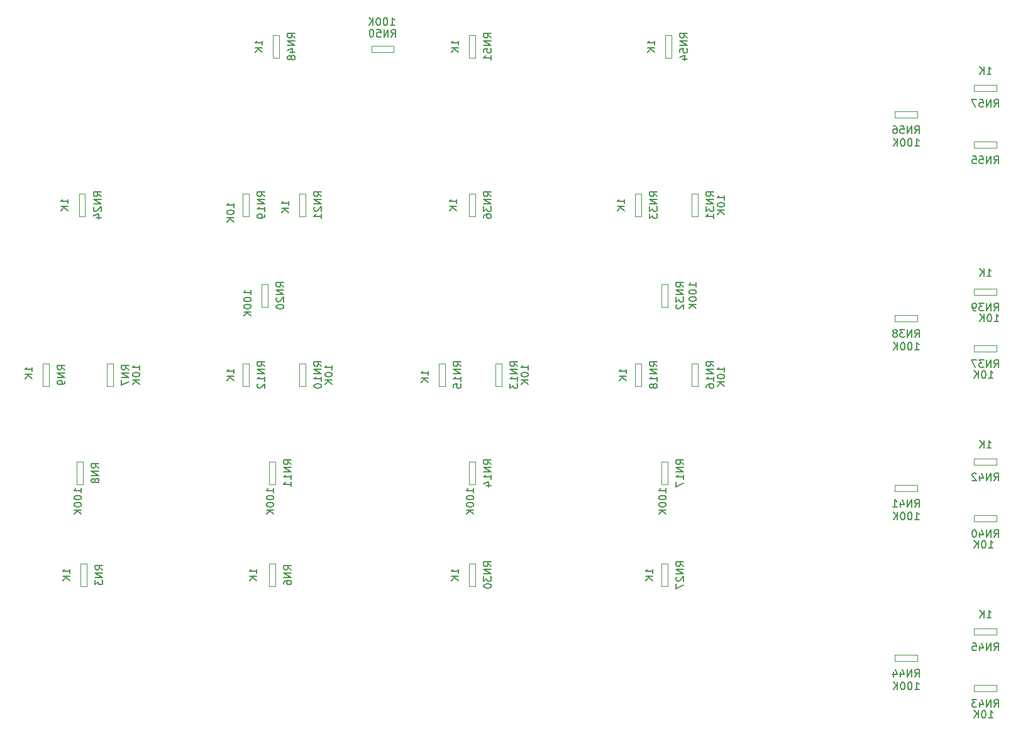
<source format=gbr>
G04 #@! TF.GenerationSoftware,KiCad,Pcbnew,(5.0.1)-4*
G04 #@! TF.CreationDate,2018-12-06T15:24:57-08:00*
G04 #@! TF.ProjectId,lights_n_jumpers,6C69676874735F6E5F6A756D70657273,rev?*
G04 #@! TF.SameCoordinates,Original*
G04 #@! TF.FileFunction,Legend,Bot*
G04 #@! TF.FilePolarity,Positive*
%FSLAX46Y46*%
G04 Gerber Fmt 4.6, Leading zero omitted, Abs format (unit mm)*
G04 Created by KiCad (PCBNEW (5.0.1)-4) date 12/6/2018 3:24:57 PM*
%MOMM*%
%LPD*%
G01*
G04 APERTURE LIST*
%ADD10C,0.150000*%
%ADD11C,0.050000*%
G04 APERTURE END LIST*
D10*
X131214666Y-32710380D02*
X131786095Y-32710380D01*
X131500380Y-32710380D02*
X131500380Y-31710380D01*
X131595619Y-31853238D01*
X131690857Y-31948476D01*
X131786095Y-31996095D01*
X130595619Y-31710380D02*
X130500380Y-31710380D01*
X130405142Y-31758000D01*
X130357523Y-31805619D01*
X130309904Y-31900857D01*
X130262285Y-32091333D01*
X130262285Y-32329428D01*
X130309904Y-32519904D01*
X130357523Y-32615142D01*
X130405142Y-32662761D01*
X130500380Y-32710380D01*
X130595619Y-32710380D01*
X130690857Y-32662761D01*
X130738476Y-32615142D01*
X130786095Y-32519904D01*
X130833714Y-32329428D01*
X130833714Y-32091333D01*
X130786095Y-31900857D01*
X130738476Y-31805619D01*
X130690857Y-31758000D01*
X130595619Y-31710380D01*
X129643238Y-31710380D02*
X129548000Y-31710380D01*
X129452761Y-31758000D01*
X129405142Y-31805619D01*
X129357523Y-31900857D01*
X129309904Y-32091333D01*
X129309904Y-32329428D01*
X129357523Y-32519904D01*
X129405142Y-32615142D01*
X129452761Y-32662761D01*
X129548000Y-32710380D01*
X129643238Y-32710380D01*
X129738476Y-32662761D01*
X129786095Y-32615142D01*
X129833714Y-32519904D01*
X129881333Y-32329428D01*
X129881333Y-32091333D01*
X129833714Y-31900857D01*
X129786095Y-31805619D01*
X129738476Y-31758000D01*
X129643238Y-31710380D01*
X128881333Y-32710380D02*
X128881333Y-31710380D01*
X128309904Y-32710380D02*
X128738476Y-32138952D01*
X128309904Y-31710380D02*
X128881333Y-32281809D01*
X212526476Y-72588380D02*
X213097904Y-72588380D01*
X212812190Y-72588380D02*
X212812190Y-71588380D01*
X212907428Y-71731238D01*
X213002666Y-71826476D01*
X213097904Y-71874095D01*
X211907428Y-71588380D02*
X211812190Y-71588380D01*
X211716952Y-71636000D01*
X211669333Y-71683619D01*
X211621714Y-71778857D01*
X211574095Y-71969333D01*
X211574095Y-72207428D01*
X211621714Y-72397904D01*
X211669333Y-72493142D01*
X211716952Y-72540761D01*
X211812190Y-72588380D01*
X211907428Y-72588380D01*
X212002666Y-72540761D01*
X212050285Y-72493142D01*
X212097904Y-72397904D01*
X212145523Y-72207428D01*
X212145523Y-71969333D01*
X212097904Y-71778857D01*
X212050285Y-71683619D01*
X212002666Y-71636000D01*
X211907428Y-71588380D01*
X211145523Y-72588380D02*
X211145523Y-71588380D01*
X210574095Y-72588380D02*
X211002666Y-72016952D01*
X210574095Y-71588380D02*
X211145523Y-72159809D01*
X211764476Y-80208380D02*
X212335904Y-80208380D01*
X212050190Y-80208380D02*
X212050190Y-79208380D01*
X212145428Y-79351238D01*
X212240666Y-79446476D01*
X212335904Y-79494095D01*
X211145428Y-79208380D02*
X211050190Y-79208380D01*
X210954952Y-79256000D01*
X210907333Y-79303619D01*
X210859714Y-79398857D01*
X210812095Y-79589333D01*
X210812095Y-79827428D01*
X210859714Y-80017904D01*
X210907333Y-80113142D01*
X210954952Y-80160761D01*
X211050190Y-80208380D01*
X211145428Y-80208380D01*
X211240666Y-80160761D01*
X211288285Y-80113142D01*
X211335904Y-80017904D01*
X211383523Y-79827428D01*
X211383523Y-79589333D01*
X211335904Y-79398857D01*
X211288285Y-79303619D01*
X211240666Y-79256000D01*
X211145428Y-79208380D01*
X210383523Y-80208380D02*
X210383523Y-79208380D01*
X209812095Y-80208380D02*
X210240666Y-79636952D01*
X209812095Y-79208380D02*
X210383523Y-79779809D01*
X211764476Y-103068380D02*
X212335904Y-103068380D01*
X212050190Y-103068380D02*
X212050190Y-102068380D01*
X212145428Y-102211238D01*
X212240666Y-102306476D01*
X212335904Y-102354095D01*
X211145428Y-102068380D02*
X211050190Y-102068380D01*
X210954952Y-102116000D01*
X210907333Y-102163619D01*
X210859714Y-102258857D01*
X210812095Y-102449333D01*
X210812095Y-102687428D01*
X210859714Y-102877904D01*
X210907333Y-102973142D01*
X210954952Y-103020761D01*
X211050190Y-103068380D01*
X211145428Y-103068380D01*
X211240666Y-103020761D01*
X211288285Y-102973142D01*
X211335904Y-102877904D01*
X211383523Y-102687428D01*
X211383523Y-102449333D01*
X211335904Y-102258857D01*
X211288285Y-102163619D01*
X211240666Y-102116000D01*
X211145428Y-102068380D01*
X210383523Y-103068380D02*
X210383523Y-102068380D01*
X209812095Y-103068380D02*
X210240666Y-102496952D01*
X209812095Y-102068380D02*
X210383523Y-102639809D01*
X211764476Y-125928380D02*
X212335904Y-125928380D01*
X212050190Y-125928380D02*
X212050190Y-124928380D01*
X212145428Y-125071238D01*
X212240666Y-125166476D01*
X212335904Y-125214095D01*
X211145428Y-124928380D02*
X211050190Y-124928380D01*
X210954952Y-124976000D01*
X210907333Y-125023619D01*
X210859714Y-125118857D01*
X210812095Y-125309333D01*
X210812095Y-125547428D01*
X210859714Y-125737904D01*
X210907333Y-125833142D01*
X210954952Y-125880761D01*
X211050190Y-125928380D01*
X211145428Y-125928380D01*
X211240666Y-125880761D01*
X211288285Y-125833142D01*
X211335904Y-125737904D01*
X211383523Y-125547428D01*
X211383523Y-125309333D01*
X211335904Y-125118857D01*
X211288285Y-125023619D01*
X211240666Y-124976000D01*
X211145428Y-124928380D01*
X210383523Y-125928380D02*
X210383523Y-124928380D01*
X209812095Y-125928380D02*
X210240666Y-125356952D01*
X209812095Y-124928380D02*
X210383523Y-125499809D01*
X201826666Y-48966380D02*
X202398095Y-48966380D01*
X202112380Y-48966380D02*
X202112380Y-47966380D01*
X202207619Y-48109238D01*
X202302857Y-48204476D01*
X202398095Y-48252095D01*
X201207619Y-47966380D02*
X201112380Y-47966380D01*
X201017142Y-48014000D01*
X200969523Y-48061619D01*
X200921904Y-48156857D01*
X200874285Y-48347333D01*
X200874285Y-48585428D01*
X200921904Y-48775904D01*
X200969523Y-48871142D01*
X201017142Y-48918761D01*
X201112380Y-48966380D01*
X201207619Y-48966380D01*
X201302857Y-48918761D01*
X201350476Y-48871142D01*
X201398095Y-48775904D01*
X201445714Y-48585428D01*
X201445714Y-48347333D01*
X201398095Y-48156857D01*
X201350476Y-48061619D01*
X201302857Y-48014000D01*
X201207619Y-47966380D01*
X200255238Y-47966380D02*
X200160000Y-47966380D01*
X200064761Y-48014000D01*
X200017142Y-48061619D01*
X199969523Y-48156857D01*
X199921904Y-48347333D01*
X199921904Y-48585428D01*
X199969523Y-48775904D01*
X200017142Y-48871142D01*
X200064761Y-48918761D01*
X200160000Y-48966380D01*
X200255238Y-48966380D01*
X200350476Y-48918761D01*
X200398095Y-48871142D01*
X200445714Y-48775904D01*
X200493333Y-48585428D01*
X200493333Y-48347333D01*
X200445714Y-48156857D01*
X200398095Y-48061619D01*
X200350476Y-48014000D01*
X200255238Y-47966380D01*
X199493333Y-48966380D02*
X199493333Y-47966380D01*
X198921904Y-48966380D02*
X199350476Y-48394952D01*
X198921904Y-47966380D02*
X199493333Y-48537809D01*
X201826666Y-76398380D02*
X202398095Y-76398380D01*
X202112380Y-76398380D02*
X202112380Y-75398380D01*
X202207619Y-75541238D01*
X202302857Y-75636476D01*
X202398095Y-75684095D01*
X201207619Y-75398380D02*
X201112380Y-75398380D01*
X201017142Y-75446000D01*
X200969523Y-75493619D01*
X200921904Y-75588857D01*
X200874285Y-75779333D01*
X200874285Y-76017428D01*
X200921904Y-76207904D01*
X200969523Y-76303142D01*
X201017142Y-76350761D01*
X201112380Y-76398380D01*
X201207619Y-76398380D01*
X201302857Y-76350761D01*
X201350476Y-76303142D01*
X201398095Y-76207904D01*
X201445714Y-76017428D01*
X201445714Y-75779333D01*
X201398095Y-75588857D01*
X201350476Y-75493619D01*
X201302857Y-75446000D01*
X201207619Y-75398380D01*
X200255238Y-75398380D02*
X200160000Y-75398380D01*
X200064761Y-75446000D01*
X200017142Y-75493619D01*
X199969523Y-75588857D01*
X199921904Y-75779333D01*
X199921904Y-76017428D01*
X199969523Y-76207904D01*
X200017142Y-76303142D01*
X200064761Y-76350761D01*
X200160000Y-76398380D01*
X200255238Y-76398380D01*
X200350476Y-76350761D01*
X200398095Y-76303142D01*
X200445714Y-76207904D01*
X200493333Y-76017428D01*
X200493333Y-75779333D01*
X200445714Y-75588857D01*
X200398095Y-75493619D01*
X200350476Y-75446000D01*
X200255238Y-75398380D01*
X199493333Y-76398380D02*
X199493333Y-75398380D01*
X198921904Y-76398380D02*
X199350476Y-75826952D01*
X198921904Y-75398380D02*
X199493333Y-75969809D01*
X201826666Y-99258380D02*
X202398095Y-99258380D01*
X202112380Y-99258380D02*
X202112380Y-98258380D01*
X202207619Y-98401238D01*
X202302857Y-98496476D01*
X202398095Y-98544095D01*
X201207619Y-98258380D02*
X201112380Y-98258380D01*
X201017142Y-98306000D01*
X200969523Y-98353619D01*
X200921904Y-98448857D01*
X200874285Y-98639333D01*
X200874285Y-98877428D01*
X200921904Y-99067904D01*
X200969523Y-99163142D01*
X201017142Y-99210761D01*
X201112380Y-99258380D01*
X201207619Y-99258380D01*
X201302857Y-99210761D01*
X201350476Y-99163142D01*
X201398095Y-99067904D01*
X201445714Y-98877428D01*
X201445714Y-98639333D01*
X201398095Y-98448857D01*
X201350476Y-98353619D01*
X201302857Y-98306000D01*
X201207619Y-98258380D01*
X200255238Y-98258380D02*
X200160000Y-98258380D01*
X200064761Y-98306000D01*
X200017142Y-98353619D01*
X199969523Y-98448857D01*
X199921904Y-98639333D01*
X199921904Y-98877428D01*
X199969523Y-99067904D01*
X200017142Y-99163142D01*
X200064761Y-99210761D01*
X200160000Y-99258380D01*
X200255238Y-99258380D01*
X200350476Y-99210761D01*
X200398095Y-99163142D01*
X200445714Y-99067904D01*
X200493333Y-98877428D01*
X200493333Y-98639333D01*
X200445714Y-98448857D01*
X200398095Y-98353619D01*
X200350476Y-98306000D01*
X200255238Y-98258380D01*
X199493333Y-99258380D02*
X199493333Y-98258380D01*
X198921904Y-99258380D02*
X199350476Y-98686952D01*
X198921904Y-98258380D02*
X199493333Y-98829809D01*
X201826666Y-122118380D02*
X202398095Y-122118380D01*
X202112380Y-122118380D02*
X202112380Y-121118380D01*
X202207619Y-121261238D01*
X202302857Y-121356476D01*
X202398095Y-121404095D01*
X201207619Y-121118380D02*
X201112380Y-121118380D01*
X201017142Y-121166000D01*
X200969523Y-121213619D01*
X200921904Y-121308857D01*
X200874285Y-121499333D01*
X200874285Y-121737428D01*
X200921904Y-121927904D01*
X200969523Y-122023142D01*
X201017142Y-122070761D01*
X201112380Y-122118380D01*
X201207619Y-122118380D01*
X201302857Y-122070761D01*
X201350476Y-122023142D01*
X201398095Y-121927904D01*
X201445714Y-121737428D01*
X201445714Y-121499333D01*
X201398095Y-121308857D01*
X201350476Y-121213619D01*
X201302857Y-121166000D01*
X201207619Y-121118380D01*
X200255238Y-121118380D02*
X200160000Y-121118380D01*
X200064761Y-121166000D01*
X200017142Y-121213619D01*
X199969523Y-121308857D01*
X199921904Y-121499333D01*
X199921904Y-121737428D01*
X199969523Y-121927904D01*
X200017142Y-122023142D01*
X200064761Y-122070761D01*
X200160000Y-122118380D01*
X200255238Y-122118380D01*
X200350476Y-122070761D01*
X200398095Y-122023142D01*
X200445714Y-121927904D01*
X200493333Y-121737428D01*
X200493333Y-121499333D01*
X200445714Y-121308857D01*
X200398095Y-121213619D01*
X200350476Y-121166000D01*
X200255238Y-121118380D01*
X199493333Y-122118380D02*
X199493333Y-121118380D01*
X198921904Y-122118380D02*
X199350476Y-121546952D01*
X198921904Y-121118380D02*
X199493333Y-121689809D01*
X211542285Y-112466380D02*
X212113714Y-112466380D01*
X211828000Y-112466380D02*
X211828000Y-111466380D01*
X211923238Y-111609238D01*
X212018476Y-111704476D01*
X212113714Y-111752095D01*
X211113714Y-112466380D02*
X211113714Y-111466380D01*
X210542285Y-112466380D02*
X210970857Y-111894952D01*
X210542285Y-111466380D02*
X211113714Y-112037809D01*
X211542285Y-89606380D02*
X212113714Y-89606380D01*
X211828000Y-89606380D02*
X211828000Y-88606380D01*
X211923238Y-88749238D01*
X212018476Y-88844476D01*
X212113714Y-88892095D01*
X211113714Y-89606380D02*
X211113714Y-88606380D01*
X210542285Y-89606380D02*
X210970857Y-89034952D01*
X210542285Y-88606380D02*
X211113714Y-89177809D01*
X211542285Y-66492380D02*
X212113714Y-66492380D01*
X211828000Y-66492380D02*
X211828000Y-65492380D01*
X211923238Y-65635238D01*
X212018476Y-65730476D01*
X212113714Y-65778095D01*
X211113714Y-66492380D02*
X211113714Y-65492380D01*
X210542285Y-66492380D02*
X210970857Y-65920952D01*
X210542285Y-65492380D02*
X211113714Y-66063809D01*
X211542285Y-39314380D02*
X212113714Y-39314380D01*
X211828000Y-39314380D02*
X211828000Y-38314380D01*
X211923238Y-38457238D01*
X212018476Y-38552476D01*
X212113714Y-38600095D01*
X211113714Y-39314380D02*
X211113714Y-38314380D01*
X210542285Y-39314380D02*
X210970857Y-38742952D01*
X210542285Y-38314380D02*
X211113714Y-38885809D01*
X113990380Y-35345714D02*
X113990380Y-34774285D01*
X113990380Y-35060000D02*
X112990380Y-35060000D01*
X113133238Y-34964761D01*
X113228476Y-34869523D01*
X113276095Y-34774285D01*
X113990380Y-35774285D02*
X112990380Y-35774285D01*
X113990380Y-36345714D02*
X113418952Y-35917142D01*
X112990380Y-36345714D02*
X113561809Y-35774285D01*
X140406380Y-35345714D02*
X140406380Y-34774285D01*
X140406380Y-35060000D02*
X139406380Y-35060000D01*
X139549238Y-34964761D01*
X139644476Y-34869523D01*
X139692095Y-34774285D01*
X140406380Y-35774285D02*
X139406380Y-35774285D01*
X140406380Y-36345714D02*
X139834952Y-35917142D01*
X139406380Y-36345714D02*
X139977809Y-35774285D01*
X166822380Y-35345714D02*
X166822380Y-34774285D01*
X166822380Y-35060000D02*
X165822380Y-35060000D01*
X165965238Y-34964761D01*
X166060476Y-34869523D01*
X166108095Y-34774285D01*
X166822380Y-35774285D02*
X165822380Y-35774285D01*
X166822380Y-36345714D02*
X166250952Y-35917142D01*
X165822380Y-36345714D02*
X166393809Y-35774285D01*
X162758380Y-56681714D02*
X162758380Y-56110285D01*
X162758380Y-56396000D02*
X161758380Y-56396000D01*
X161901238Y-56300761D01*
X161996476Y-56205523D01*
X162044095Y-56110285D01*
X162758380Y-57110285D02*
X161758380Y-57110285D01*
X162758380Y-57681714D02*
X162186952Y-57253142D01*
X161758380Y-57681714D02*
X162329809Y-57110285D01*
X140152380Y-56681714D02*
X140152380Y-56110285D01*
X140152380Y-56396000D02*
X139152380Y-56396000D01*
X139295238Y-56300761D01*
X139390476Y-56205523D01*
X139438095Y-56110285D01*
X140152380Y-57110285D02*
X139152380Y-57110285D01*
X140152380Y-57681714D02*
X139580952Y-57253142D01*
X139152380Y-57681714D02*
X139723809Y-57110285D01*
X117546380Y-56935714D02*
X117546380Y-56364285D01*
X117546380Y-56650000D02*
X116546380Y-56650000D01*
X116689238Y-56554761D01*
X116784476Y-56459523D01*
X116832095Y-56364285D01*
X117546380Y-57364285D02*
X116546380Y-57364285D01*
X117546380Y-57935714D02*
X116974952Y-57507142D01*
X116546380Y-57935714D02*
X117117809Y-57364285D01*
X87828380Y-56681714D02*
X87828380Y-56110285D01*
X87828380Y-56396000D02*
X86828380Y-56396000D01*
X86971238Y-56300761D01*
X87066476Y-56205523D01*
X87114095Y-56110285D01*
X87828380Y-57110285D02*
X86828380Y-57110285D01*
X87828380Y-57681714D02*
X87256952Y-57253142D01*
X86828380Y-57681714D02*
X87399809Y-57110285D01*
X110180380Y-57221523D02*
X110180380Y-56650095D01*
X110180380Y-56935809D02*
X109180380Y-56935809D01*
X109323238Y-56840571D01*
X109418476Y-56745333D01*
X109466095Y-56650095D01*
X109180380Y-57840571D02*
X109180380Y-57935809D01*
X109228000Y-58031047D01*
X109275619Y-58078666D01*
X109370857Y-58126285D01*
X109561333Y-58173904D01*
X109799428Y-58173904D01*
X109989904Y-58126285D01*
X110085142Y-58078666D01*
X110132761Y-58031047D01*
X110180380Y-57935809D01*
X110180380Y-57840571D01*
X110132761Y-57745333D01*
X110085142Y-57697714D01*
X109989904Y-57650095D01*
X109799428Y-57602476D01*
X109561333Y-57602476D01*
X109370857Y-57650095D01*
X109275619Y-57697714D01*
X109228000Y-57745333D01*
X109180380Y-57840571D01*
X110180380Y-58602476D02*
X109180380Y-58602476D01*
X110180380Y-59173904D02*
X109608952Y-58745333D01*
X109180380Y-59173904D02*
X109751809Y-58602476D01*
X176220380Y-56205523D02*
X176220380Y-55634095D01*
X176220380Y-55919809D02*
X175220380Y-55919809D01*
X175363238Y-55824571D01*
X175458476Y-55729333D01*
X175506095Y-55634095D01*
X175220380Y-56824571D02*
X175220380Y-56919809D01*
X175268000Y-57015047D01*
X175315619Y-57062666D01*
X175410857Y-57110285D01*
X175601333Y-57157904D01*
X175839428Y-57157904D01*
X176029904Y-57110285D01*
X176125142Y-57062666D01*
X176172761Y-57015047D01*
X176220380Y-56919809D01*
X176220380Y-56824571D01*
X176172761Y-56729333D01*
X176125142Y-56681714D01*
X176029904Y-56634095D01*
X175839428Y-56586476D01*
X175601333Y-56586476D01*
X175410857Y-56634095D01*
X175315619Y-56681714D01*
X175268000Y-56729333D01*
X175220380Y-56824571D01*
X176220380Y-57586476D02*
X175220380Y-57586476D01*
X176220380Y-58157904D02*
X175648952Y-57729333D01*
X175220380Y-58157904D02*
X175791809Y-57586476D01*
X112466380Y-68937333D02*
X112466380Y-68365904D01*
X112466380Y-68651619D02*
X111466380Y-68651619D01*
X111609238Y-68556380D01*
X111704476Y-68461142D01*
X111752095Y-68365904D01*
X111466380Y-69556380D02*
X111466380Y-69651619D01*
X111514000Y-69746857D01*
X111561619Y-69794476D01*
X111656857Y-69842095D01*
X111847333Y-69889714D01*
X112085428Y-69889714D01*
X112275904Y-69842095D01*
X112371142Y-69794476D01*
X112418761Y-69746857D01*
X112466380Y-69651619D01*
X112466380Y-69556380D01*
X112418761Y-69461142D01*
X112371142Y-69413523D01*
X112275904Y-69365904D01*
X112085428Y-69318285D01*
X111847333Y-69318285D01*
X111656857Y-69365904D01*
X111561619Y-69413523D01*
X111514000Y-69461142D01*
X111466380Y-69556380D01*
X111466380Y-70508761D02*
X111466380Y-70604000D01*
X111514000Y-70699238D01*
X111561619Y-70746857D01*
X111656857Y-70794476D01*
X111847333Y-70842095D01*
X112085428Y-70842095D01*
X112275904Y-70794476D01*
X112371142Y-70746857D01*
X112418761Y-70699238D01*
X112466380Y-70604000D01*
X112466380Y-70508761D01*
X112418761Y-70413523D01*
X112371142Y-70365904D01*
X112275904Y-70318285D01*
X112085428Y-70270666D01*
X111847333Y-70270666D01*
X111656857Y-70318285D01*
X111561619Y-70365904D01*
X111514000Y-70413523D01*
X111466380Y-70508761D01*
X112466380Y-71270666D02*
X111466380Y-71270666D01*
X112466380Y-71842095D02*
X111894952Y-71413523D01*
X111466380Y-71842095D02*
X112037809Y-71270666D01*
X172410380Y-67921333D02*
X172410380Y-67349904D01*
X172410380Y-67635619D02*
X171410380Y-67635619D01*
X171553238Y-67540380D01*
X171648476Y-67445142D01*
X171696095Y-67349904D01*
X171410380Y-68540380D02*
X171410380Y-68635619D01*
X171458000Y-68730857D01*
X171505619Y-68778476D01*
X171600857Y-68826095D01*
X171791333Y-68873714D01*
X172029428Y-68873714D01*
X172219904Y-68826095D01*
X172315142Y-68778476D01*
X172362761Y-68730857D01*
X172410380Y-68635619D01*
X172410380Y-68540380D01*
X172362761Y-68445142D01*
X172315142Y-68397523D01*
X172219904Y-68349904D01*
X172029428Y-68302285D01*
X171791333Y-68302285D01*
X171600857Y-68349904D01*
X171505619Y-68397523D01*
X171458000Y-68445142D01*
X171410380Y-68540380D01*
X171410380Y-69492761D02*
X171410380Y-69588000D01*
X171458000Y-69683238D01*
X171505619Y-69730857D01*
X171600857Y-69778476D01*
X171791333Y-69826095D01*
X172029428Y-69826095D01*
X172219904Y-69778476D01*
X172315142Y-69730857D01*
X172362761Y-69683238D01*
X172410380Y-69588000D01*
X172410380Y-69492761D01*
X172362761Y-69397523D01*
X172315142Y-69349904D01*
X172219904Y-69302285D01*
X172029428Y-69254666D01*
X171791333Y-69254666D01*
X171600857Y-69302285D01*
X171505619Y-69349904D01*
X171458000Y-69397523D01*
X171410380Y-69492761D01*
X172410380Y-70254666D02*
X171410380Y-70254666D01*
X172410380Y-70826095D02*
X171838952Y-70397523D01*
X171410380Y-70826095D02*
X171981809Y-70254666D01*
X176220380Y-79319523D02*
X176220380Y-78748095D01*
X176220380Y-79033809D02*
X175220380Y-79033809D01*
X175363238Y-78938571D01*
X175458476Y-78843333D01*
X175506095Y-78748095D01*
X175220380Y-79938571D02*
X175220380Y-80033809D01*
X175268000Y-80129047D01*
X175315619Y-80176666D01*
X175410857Y-80224285D01*
X175601333Y-80271904D01*
X175839428Y-80271904D01*
X176029904Y-80224285D01*
X176125142Y-80176666D01*
X176172761Y-80129047D01*
X176220380Y-80033809D01*
X176220380Y-79938571D01*
X176172761Y-79843333D01*
X176125142Y-79795714D01*
X176029904Y-79748095D01*
X175839428Y-79700476D01*
X175601333Y-79700476D01*
X175410857Y-79748095D01*
X175315619Y-79795714D01*
X175268000Y-79843333D01*
X175220380Y-79938571D01*
X176220380Y-80700476D02*
X175220380Y-80700476D01*
X176220380Y-81271904D02*
X175648952Y-80843333D01*
X175220380Y-81271904D02*
X175791809Y-80700476D01*
X149804380Y-79065523D02*
X149804380Y-78494095D01*
X149804380Y-78779809D02*
X148804380Y-78779809D01*
X148947238Y-78684571D01*
X149042476Y-78589333D01*
X149090095Y-78494095D01*
X148804380Y-79684571D02*
X148804380Y-79779809D01*
X148852000Y-79875047D01*
X148899619Y-79922666D01*
X148994857Y-79970285D01*
X149185333Y-80017904D01*
X149423428Y-80017904D01*
X149613904Y-79970285D01*
X149709142Y-79922666D01*
X149756761Y-79875047D01*
X149804380Y-79779809D01*
X149804380Y-79684571D01*
X149756761Y-79589333D01*
X149709142Y-79541714D01*
X149613904Y-79494095D01*
X149423428Y-79446476D01*
X149185333Y-79446476D01*
X148994857Y-79494095D01*
X148899619Y-79541714D01*
X148852000Y-79589333D01*
X148804380Y-79684571D01*
X149804380Y-80446476D02*
X148804380Y-80446476D01*
X149804380Y-81017904D02*
X149232952Y-80589333D01*
X148804380Y-81017904D02*
X149375809Y-80446476D01*
X123388380Y-79065523D02*
X123388380Y-78494095D01*
X123388380Y-78779809D02*
X122388380Y-78779809D01*
X122531238Y-78684571D01*
X122626476Y-78589333D01*
X122674095Y-78494095D01*
X122388380Y-79684571D02*
X122388380Y-79779809D01*
X122436000Y-79875047D01*
X122483619Y-79922666D01*
X122578857Y-79970285D01*
X122769333Y-80017904D01*
X123007428Y-80017904D01*
X123197904Y-79970285D01*
X123293142Y-79922666D01*
X123340761Y-79875047D01*
X123388380Y-79779809D01*
X123388380Y-79684571D01*
X123340761Y-79589333D01*
X123293142Y-79541714D01*
X123197904Y-79494095D01*
X123007428Y-79446476D01*
X122769333Y-79446476D01*
X122578857Y-79494095D01*
X122483619Y-79541714D01*
X122436000Y-79589333D01*
X122388380Y-79684571D01*
X123388380Y-80446476D02*
X122388380Y-80446476D01*
X123388380Y-81017904D02*
X122816952Y-80589333D01*
X122388380Y-81017904D02*
X122959809Y-80446476D01*
X97480380Y-79065523D02*
X97480380Y-78494095D01*
X97480380Y-78779809D02*
X96480380Y-78779809D01*
X96623238Y-78684571D01*
X96718476Y-78589333D01*
X96766095Y-78494095D01*
X96480380Y-79684571D02*
X96480380Y-79779809D01*
X96528000Y-79875047D01*
X96575619Y-79922666D01*
X96670857Y-79970285D01*
X96861333Y-80017904D01*
X97099428Y-80017904D01*
X97289904Y-79970285D01*
X97385142Y-79922666D01*
X97432761Y-79875047D01*
X97480380Y-79779809D01*
X97480380Y-79684571D01*
X97432761Y-79589333D01*
X97385142Y-79541714D01*
X97289904Y-79494095D01*
X97099428Y-79446476D01*
X96861333Y-79446476D01*
X96670857Y-79494095D01*
X96575619Y-79541714D01*
X96528000Y-79589333D01*
X96480380Y-79684571D01*
X97480380Y-80446476D02*
X96480380Y-80446476D01*
X97480380Y-81017904D02*
X96908952Y-80589333D01*
X96480380Y-81017904D02*
X97051809Y-80446476D01*
X83002380Y-79287714D02*
X83002380Y-78716285D01*
X83002380Y-79002000D02*
X82002380Y-79002000D01*
X82145238Y-78906761D01*
X82240476Y-78811523D01*
X82288095Y-78716285D01*
X83002380Y-79716285D02*
X82002380Y-79716285D01*
X83002380Y-80287714D02*
X82430952Y-79859142D01*
X82002380Y-80287714D02*
X82573809Y-79716285D01*
X110180380Y-79541714D02*
X110180380Y-78970285D01*
X110180380Y-79256000D02*
X109180380Y-79256000D01*
X109323238Y-79160761D01*
X109418476Y-79065523D01*
X109466095Y-78970285D01*
X110180380Y-79970285D02*
X109180380Y-79970285D01*
X110180380Y-80541714D02*
X109608952Y-80113142D01*
X109180380Y-80541714D02*
X109751809Y-79970285D01*
X136342380Y-79795714D02*
X136342380Y-79224285D01*
X136342380Y-79510000D02*
X135342380Y-79510000D01*
X135485238Y-79414761D01*
X135580476Y-79319523D01*
X135628095Y-79224285D01*
X136342380Y-80224285D02*
X135342380Y-80224285D01*
X136342380Y-80795714D02*
X135770952Y-80367142D01*
X135342380Y-80795714D02*
X135913809Y-80224285D01*
X163012380Y-79541714D02*
X163012380Y-78970285D01*
X163012380Y-79256000D02*
X162012380Y-79256000D01*
X162155238Y-79160761D01*
X162250476Y-79065523D01*
X162298095Y-78970285D01*
X163012380Y-79970285D02*
X162012380Y-79970285D01*
X163012380Y-80541714D02*
X162440952Y-80113142D01*
X162012380Y-80541714D02*
X162583809Y-79970285D01*
X89606380Y-95607333D02*
X89606380Y-95035904D01*
X89606380Y-95321619D02*
X88606380Y-95321619D01*
X88749238Y-95226380D01*
X88844476Y-95131142D01*
X88892095Y-95035904D01*
X88606380Y-96226380D02*
X88606380Y-96321619D01*
X88654000Y-96416857D01*
X88701619Y-96464476D01*
X88796857Y-96512095D01*
X88987333Y-96559714D01*
X89225428Y-96559714D01*
X89415904Y-96512095D01*
X89511142Y-96464476D01*
X89558761Y-96416857D01*
X89606380Y-96321619D01*
X89606380Y-96226380D01*
X89558761Y-96131142D01*
X89511142Y-96083523D01*
X89415904Y-96035904D01*
X89225428Y-95988285D01*
X88987333Y-95988285D01*
X88796857Y-96035904D01*
X88701619Y-96083523D01*
X88654000Y-96131142D01*
X88606380Y-96226380D01*
X88606380Y-97178761D02*
X88606380Y-97274000D01*
X88654000Y-97369238D01*
X88701619Y-97416857D01*
X88796857Y-97464476D01*
X88987333Y-97512095D01*
X89225428Y-97512095D01*
X89415904Y-97464476D01*
X89511142Y-97416857D01*
X89558761Y-97369238D01*
X89606380Y-97274000D01*
X89606380Y-97178761D01*
X89558761Y-97083523D01*
X89511142Y-97035904D01*
X89415904Y-96988285D01*
X89225428Y-96940666D01*
X88987333Y-96940666D01*
X88796857Y-96988285D01*
X88701619Y-97035904D01*
X88654000Y-97083523D01*
X88606380Y-97178761D01*
X89606380Y-97940666D02*
X88606380Y-97940666D01*
X89606380Y-98512095D02*
X89034952Y-98083523D01*
X88606380Y-98512095D02*
X89177809Y-97940666D01*
X115514380Y-95607333D02*
X115514380Y-95035904D01*
X115514380Y-95321619D02*
X114514380Y-95321619D01*
X114657238Y-95226380D01*
X114752476Y-95131142D01*
X114800095Y-95035904D01*
X114514380Y-96226380D02*
X114514380Y-96321619D01*
X114562000Y-96416857D01*
X114609619Y-96464476D01*
X114704857Y-96512095D01*
X114895333Y-96559714D01*
X115133428Y-96559714D01*
X115323904Y-96512095D01*
X115419142Y-96464476D01*
X115466761Y-96416857D01*
X115514380Y-96321619D01*
X115514380Y-96226380D01*
X115466761Y-96131142D01*
X115419142Y-96083523D01*
X115323904Y-96035904D01*
X115133428Y-95988285D01*
X114895333Y-95988285D01*
X114704857Y-96035904D01*
X114609619Y-96083523D01*
X114562000Y-96131142D01*
X114514380Y-96226380D01*
X114514380Y-97178761D02*
X114514380Y-97274000D01*
X114562000Y-97369238D01*
X114609619Y-97416857D01*
X114704857Y-97464476D01*
X114895333Y-97512095D01*
X115133428Y-97512095D01*
X115323904Y-97464476D01*
X115419142Y-97416857D01*
X115466761Y-97369238D01*
X115514380Y-97274000D01*
X115514380Y-97178761D01*
X115466761Y-97083523D01*
X115419142Y-97035904D01*
X115323904Y-96988285D01*
X115133428Y-96940666D01*
X114895333Y-96940666D01*
X114704857Y-96988285D01*
X114609619Y-97035904D01*
X114562000Y-97083523D01*
X114514380Y-97178761D01*
X115514380Y-97940666D02*
X114514380Y-97940666D01*
X115514380Y-98512095D02*
X114942952Y-98083523D01*
X114514380Y-98512095D02*
X115085809Y-97940666D01*
X142438380Y-95607333D02*
X142438380Y-95035904D01*
X142438380Y-95321619D02*
X141438380Y-95321619D01*
X141581238Y-95226380D01*
X141676476Y-95131142D01*
X141724095Y-95035904D01*
X141438380Y-96226380D02*
X141438380Y-96321619D01*
X141486000Y-96416857D01*
X141533619Y-96464476D01*
X141628857Y-96512095D01*
X141819333Y-96559714D01*
X142057428Y-96559714D01*
X142247904Y-96512095D01*
X142343142Y-96464476D01*
X142390761Y-96416857D01*
X142438380Y-96321619D01*
X142438380Y-96226380D01*
X142390761Y-96131142D01*
X142343142Y-96083523D01*
X142247904Y-96035904D01*
X142057428Y-95988285D01*
X141819333Y-95988285D01*
X141628857Y-96035904D01*
X141533619Y-96083523D01*
X141486000Y-96131142D01*
X141438380Y-96226380D01*
X141438380Y-97178761D02*
X141438380Y-97274000D01*
X141486000Y-97369238D01*
X141533619Y-97416857D01*
X141628857Y-97464476D01*
X141819333Y-97512095D01*
X142057428Y-97512095D01*
X142247904Y-97464476D01*
X142343142Y-97416857D01*
X142390761Y-97369238D01*
X142438380Y-97274000D01*
X142438380Y-97178761D01*
X142390761Y-97083523D01*
X142343142Y-97035904D01*
X142247904Y-96988285D01*
X142057428Y-96940666D01*
X141819333Y-96940666D01*
X141628857Y-96988285D01*
X141533619Y-97035904D01*
X141486000Y-97083523D01*
X141438380Y-97178761D01*
X142438380Y-97940666D02*
X141438380Y-97940666D01*
X142438380Y-98512095D02*
X141866952Y-98083523D01*
X141438380Y-98512095D02*
X142009809Y-97940666D01*
X168346380Y-95607333D02*
X168346380Y-95035904D01*
X168346380Y-95321619D02*
X167346380Y-95321619D01*
X167489238Y-95226380D01*
X167584476Y-95131142D01*
X167632095Y-95035904D01*
X167346380Y-96226380D02*
X167346380Y-96321619D01*
X167394000Y-96416857D01*
X167441619Y-96464476D01*
X167536857Y-96512095D01*
X167727333Y-96559714D01*
X167965428Y-96559714D01*
X168155904Y-96512095D01*
X168251142Y-96464476D01*
X168298761Y-96416857D01*
X168346380Y-96321619D01*
X168346380Y-96226380D01*
X168298761Y-96131142D01*
X168251142Y-96083523D01*
X168155904Y-96035904D01*
X167965428Y-95988285D01*
X167727333Y-95988285D01*
X167536857Y-96035904D01*
X167441619Y-96083523D01*
X167394000Y-96131142D01*
X167346380Y-96226380D01*
X167346380Y-97178761D02*
X167346380Y-97274000D01*
X167394000Y-97369238D01*
X167441619Y-97416857D01*
X167536857Y-97464476D01*
X167727333Y-97512095D01*
X167965428Y-97512095D01*
X168155904Y-97464476D01*
X168251142Y-97416857D01*
X168298761Y-97369238D01*
X168346380Y-97274000D01*
X168346380Y-97178761D01*
X168298761Y-97083523D01*
X168251142Y-97035904D01*
X168155904Y-96988285D01*
X167965428Y-96940666D01*
X167727333Y-96940666D01*
X167536857Y-96988285D01*
X167441619Y-97035904D01*
X167394000Y-97083523D01*
X167346380Y-97178761D01*
X168346380Y-97940666D02*
X167346380Y-97940666D01*
X168346380Y-98512095D02*
X167774952Y-98083523D01*
X167346380Y-98512095D02*
X167917809Y-97940666D01*
X166568380Y-106465714D02*
X166568380Y-105894285D01*
X166568380Y-106180000D02*
X165568380Y-106180000D01*
X165711238Y-106084761D01*
X165806476Y-105989523D01*
X165854095Y-105894285D01*
X166568380Y-106894285D02*
X165568380Y-106894285D01*
X166568380Y-107465714D02*
X165996952Y-107037142D01*
X165568380Y-107465714D02*
X166139809Y-106894285D01*
X140406380Y-106465714D02*
X140406380Y-105894285D01*
X140406380Y-106180000D02*
X139406380Y-106180000D01*
X139549238Y-106084761D01*
X139644476Y-105989523D01*
X139692095Y-105894285D01*
X140406380Y-106894285D02*
X139406380Y-106894285D01*
X140406380Y-107465714D02*
X139834952Y-107037142D01*
X139406380Y-107465714D02*
X139977809Y-106894285D01*
X113228380Y-106465714D02*
X113228380Y-105894285D01*
X113228380Y-106180000D02*
X112228380Y-106180000D01*
X112371238Y-106084761D01*
X112466476Y-105989523D01*
X112514095Y-105894285D01*
X113228380Y-106894285D02*
X112228380Y-106894285D01*
X113228380Y-107465714D02*
X112656952Y-107037142D01*
X112228380Y-107465714D02*
X112799809Y-106894285D01*
X88082380Y-106465714D02*
X88082380Y-105894285D01*
X88082380Y-106180000D02*
X87082380Y-106180000D01*
X87225238Y-106084761D01*
X87320476Y-105989523D01*
X87368095Y-105894285D01*
X88082380Y-106894285D02*
X87082380Y-106894285D01*
X88082380Y-107465714D02*
X87510952Y-107037142D01*
X87082380Y-107465714D02*
X87653809Y-106894285D01*
D11*
G04 #@! TO.C,RN3*
X90316000Y-105180000D02*
X89516000Y-105180000D01*
X90316000Y-108180000D02*
X90316000Y-105180000D01*
X89516000Y-108180000D02*
X90316000Y-108180000D01*
X89516000Y-105180000D02*
X89516000Y-108180000D01*
G04 #@! TO.C,RN6*
X115716000Y-105180000D02*
X114916000Y-105180000D01*
X115716000Y-108180000D02*
X115716000Y-105180000D01*
X114916000Y-108180000D02*
X115716000Y-108180000D01*
X114916000Y-105180000D02*
X114916000Y-108180000D01*
G04 #@! TO.C,RN7*
X93872000Y-78256000D02*
X93072000Y-78256000D01*
X93872000Y-81256000D02*
X93872000Y-78256000D01*
X93072000Y-81256000D02*
X93872000Y-81256000D01*
X93072000Y-78256000D02*
X93072000Y-81256000D01*
G04 #@! TO.C,RN8*
X89808000Y-91464000D02*
X89008000Y-91464000D01*
X89808000Y-94464000D02*
X89808000Y-91464000D01*
X89008000Y-94464000D02*
X89808000Y-94464000D01*
X89008000Y-91464000D02*
X89008000Y-94464000D01*
G04 #@! TO.C,RN9*
X85236000Y-78256000D02*
X84436000Y-78256000D01*
X85236000Y-81256000D02*
X85236000Y-78256000D01*
X84436000Y-81256000D02*
X85236000Y-81256000D01*
X84436000Y-78256000D02*
X84436000Y-81256000D01*
G04 #@! TO.C,RN10*
X119780000Y-78256000D02*
X118980000Y-78256000D01*
X119780000Y-81256000D02*
X119780000Y-78256000D01*
X118980000Y-81256000D02*
X119780000Y-81256000D01*
X118980000Y-78256000D02*
X118980000Y-81256000D01*
G04 #@! TO.C,RN11*
X115716000Y-91464000D02*
X114916000Y-91464000D01*
X115716000Y-94464000D02*
X115716000Y-91464000D01*
X114916000Y-94464000D02*
X115716000Y-94464000D01*
X114916000Y-91464000D02*
X114916000Y-94464000D01*
G04 #@! TO.C,RN12*
X112160000Y-78256000D02*
X111360000Y-78256000D01*
X112160000Y-81256000D02*
X112160000Y-78256000D01*
X111360000Y-81256000D02*
X112160000Y-81256000D01*
X111360000Y-78256000D02*
X111360000Y-81256000D01*
G04 #@! TO.C,RN13*
X146196000Y-78256000D02*
X145396000Y-78256000D01*
X146196000Y-81256000D02*
X146196000Y-78256000D01*
X145396000Y-81256000D02*
X146196000Y-81256000D01*
X145396000Y-78256000D02*
X145396000Y-81256000D01*
G04 #@! TO.C,RN14*
X142640000Y-91464000D02*
X141840000Y-91464000D01*
X142640000Y-94464000D02*
X142640000Y-91464000D01*
X141840000Y-94464000D02*
X142640000Y-94464000D01*
X141840000Y-91464000D02*
X141840000Y-94464000D01*
G04 #@! TO.C,RN15*
X138576000Y-78256000D02*
X137776000Y-78256000D01*
X138576000Y-81256000D02*
X138576000Y-78256000D01*
X137776000Y-81256000D02*
X138576000Y-81256000D01*
X137776000Y-78256000D02*
X137776000Y-81256000D01*
G04 #@! TO.C,RN16*
X172612000Y-78256000D02*
X171812000Y-78256000D01*
X172612000Y-81256000D02*
X172612000Y-78256000D01*
X171812000Y-81256000D02*
X172612000Y-81256000D01*
X171812000Y-78256000D02*
X171812000Y-81256000D01*
G04 #@! TO.C,RN17*
X168548000Y-91464000D02*
X167748000Y-91464000D01*
X168548000Y-94464000D02*
X168548000Y-91464000D01*
X167748000Y-94464000D02*
X168548000Y-94464000D01*
X167748000Y-91464000D02*
X167748000Y-94464000D01*
G04 #@! TO.C,RN18*
X164992000Y-78256000D02*
X164192000Y-78256000D01*
X164992000Y-81256000D02*
X164992000Y-78256000D01*
X164192000Y-81256000D02*
X164992000Y-81256000D01*
X164192000Y-78256000D02*
X164192000Y-81256000D01*
G04 #@! TO.C,RN19*
X112160000Y-55396000D02*
X111360000Y-55396000D01*
X112160000Y-58396000D02*
X112160000Y-55396000D01*
X111360000Y-58396000D02*
X112160000Y-58396000D01*
X111360000Y-55396000D02*
X111360000Y-58396000D01*
G04 #@! TO.C,RN20*
X114700000Y-67588000D02*
X113900000Y-67588000D01*
X114700000Y-70588000D02*
X114700000Y-67588000D01*
X113900000Y-70588000D02*
X114700000Y-70588000D01*
X113900000Y-67588000D02*
X113900000Y-70588000D01*
G04 #@! TO.C,RN21*
X119780000Y-55396000D02*
X118980000Y-55396000D01*
X119780000Y-58396000D02*
X119780000Y-55396000D01*
X118980000Y-58396000D02*
X119780000Y-58396000D01*
X118980000Y-55396000D02*
X118980000Y-58396000D01*
G04 #@! TO.C,RN24*
X90100000Y-55396000D02*
X89300000Y-55396000D01*
X90100000Y-58396000D02*
X90100000Y-55396000D01*
X89300000Y-58396000D02*
X90100000Y-58396000D01*
X89300000Y-55396000D02*
X89300000Y-58396000D01*
G04 #@! TO.C,RN27*
X168548000Y-105180000D02*
X167748000Y-105180000D01*
X168548000Y-108180000D02*
X168548000Y-105180000D01*
X167748000Y-108180000D02*
X168548000Y-108180000D01*
X167748000Y-105180000D02*
X167748000Y-108180000D01*
G04 #@! TO.C,RN30*
X142640000Y-105180000D02*
X141840000Y-105180000D01*
X142640000Y-108180000D02*
X142640000Y-105180000D01*
X141840000Y-108180000D02*
X142640000Y-108180000D01*
X141840000Y-105180000D02*
X141840000Y-108180000D01*
G04 #@! TO.C,RN31*
X172612000Y-55396000D02*
X171812000Y-55396000D01*
X172612000Y-58396000D02*
X172612000Y-55396000D01*
X171812000Y-58396000D02*
X172612000Y-58396000D01*
X171812000Y-55396000D02*
X171812000Y-58396000D01*
G04 #@! TO.C,RN32*
X168548000Y-67588000D02*
X167748000Y-67588000D01*
X168548000Y-70588000D02*
X168548000Y-67588000D01*
X167748000Y-70588000D02*
X168548000Y-70588000D01*
X167748000Y-67588000D02*
X167748000Y-70588000D01*
G04 #@! TO.C,RN33*
X164992000Y-55396000D02*
X164192000Y-55396000D01*
X164992000Y-58396000D02*
X164992000Y-55396000D01*
X164192000Y-58396000D02*
X164992000Y-58396000D01*
X164192000Y-55396000D02*
X164192000Y-58396000D01*
G04 #@! TO.C,RN36*
X142640000Y-55396000D02*
X141840000Y-55396000D01*
X142640000Y-58396000D02*
X142640000Y-55396000D01*
X141840000Y-58396000D02*
X142640000Y-58396000D01*
X141840000Y-55396000D02*
X141840000Y-58396000D01*
G04 #@! TO.C,RN37*
X212828000Y-76600000D02*
X212828000Y-75800000D01*
X209828000Y-76600000D02*
X212828000Y-76600000D01*
X209828000Y-75800000D02*
X209828000Y-76600000D01*
X212828000Y-75800000D02*
X209828000Y-75800000D01*
G04 #@! TO.C,RN38*
X202160000Y-72536000D02*
X202160000Y-71736000D01*
X199160000Y-72536000D02*
X202160000Y-72536000D01*
X199160000Y-71736000D02*
X199160000Y-72536000D01*
X202160000Y-71736000D02*
X199160000Y-71736000D01*
G04 #@! TO.C,RN39*
X212828000Y-68980000D02*
X212828000Y-68180000D01*
X209828000Y-68980000D02*
X212828000Y-68980000D01*
X209828000Y-68180000D02*
X209828000Y-68980000D01*
X212828000Y-68180000D02*
X209828000Y-68180000D01*
G04 #@! TO.C,RN40*
X212828000Y-99460000D02*
X212828000Y-98660000D01*
X209828000Y-99460000D02*
X212828000Y-99460000D01*
X209828000Y-98660000D02*
X209828000Y-99460000D01*
X212828000Y-98660000D02*
X209828000Y-98660000D01*
G04 #@! TO.C,RN41*
X202160000Y-95396000D02*
X202160000Y-94596000D01*
X199160000Y-95396000D02*
X202160000Y-95396000D01*
X199160000Y-94596000D02*
X199160000Y-95396000D01*
X202160000Y-94596000D02*
X199160000Y-94596000D01*
G04 #@! TO.C,RN42*
X212828000Y-91840000D02*
X212828000Y-91040000D01*
X209828000Y-91840000D02*
X212828000Y-91840000D01*
X209828000Y-91040000D02*
X209828000Y-91840000D01*
X212828000Y-91040000D02*
X209828000Y-91040000D01*
G04 #@! TO.C,RN43*
X212828000Y-122320000D02*
X212828000Y-121520000D01*
X209828000Y-122320000D02*
X212828000Y-122320000D01*
X209828000Y-121520000D02*
X209828000Y-122320000D01*
X212828000Y-121520000D02*
X209828000Y-121520000D01*
G04 #@! TO.C,RN44*
X202160000Y-118256000D02*
X202160000Y-117456000D01*
X199160000Y-118256000D02*
X202160000Y-118256000D01*
X199160000Y-117456000D02*
X199160000Y-118256000D01*
X202160000Y-117456000D02*
X199160000Y-117456000D01*
G04 #@! TO.C,RN45*
X212828000Y-114700000D02*
X212828000Y-113900000D01*
X209828000Y-114700000D02*
X212828000Y-114700000D01*
X209828000Y-113900000D02*
X209828000Y-114700000D01*
X212828000Y-113900000D02*
X209828000Y-113900000D01*
G04 #@! TO.C,RN48*
X116224000Y-34060000D02*
X115424000Y-34060000D01*
X116224000Y-37060000D02*
X116224000Y-34060000D01*
X115424000Y-37060000D02*
X116224000Y-37060000D01*
X115424000Y-34060000D02*
X115424000Y-37060000D01*
G04 #@! TO.C,RN50*
X128675000Y-35515600D02*
X128675000Y-36315600D01*
X131675000Y-35515600D02*
X128675000Y-35515600D01*
X131675000Y-36315600D02*
X131675000Y-35515600D01*
X128675000Y-36315600D02*
X131675000Y-36315600D01*
G04 #@! TO.C,RN51*
X142640000Y-34060000D02*
X141840000Y-34060000D01*
X142640000Y-37060000D02*
X142640000Y-34060000D01*
X141840000Y-37060000D02*
X142640000Y-37060000D01*
X141840000Y-34060000D02*
X141840000Y-37060000D01*
G04 #@! TO.C,RN54*
X169056000Y-34060000D02*
X168256000Y-34060000D01*
X169056000Y-37060000D02*
X169056000Y-34060000D01*
X168256000Y-37060000D02*
X169056000Y-37060000D01*
X168256000Y-34060000D02*
X168256000Y-37060000D01*
G04 #@! TO.C,RN55*
X212828000Y-49168000D02*
X212828000Y-48368000D01*
X209828000Y-49168000D02*
X212828000Y-49168000D01*
X209828000Y-48368000D02*
X209828000Y-49168000D01*
X212828000Y-48368000D02*
X209828000Y-48368000D01*
G04 #@! TO.C,RN56*
X202160000Y-45104000D02*
X202160000Y-44304000D01*
X199160000Y-45104000D02*
X202160000Y-45104000D01*
X199160000Y-44304000D02*
X199160000Y-45104000D01*
X202160000Y-44304000D02*
X199160000Y-44304000D01*
G04 #@! TO.C,RN57*
X212828000Y-41548000D02*
X212828000Y-40748000D01*
X209828000Y-41548000D02*
X212828000Y-41548000D01*
X209828000Y-40748000D02*
X209828000Y-41548000D01*
X212828000Y-40748000D02*
X209828000Y-40748000D01*
G04 #@! TO.C,RN3*
D10*
X92468380Y-105989523D02*
X91992190Y-105656190D01*
X92468380Y-105418095D02*
X91468380Y-105418095D01*
X91468380Y-105799047D01*
X91516000Y-105894285D01*
X91563619Y-105941904D01*
X91658857Y-105989523D01*
X91801714Y-105989523D01*
X91896952Y-105941904D01*
X91944571Y-105894285D01*
X91992190Y-105799047D01*
X91992190Y-105418095D01*
X92468380Y-106418095D02*
X91468380Y-106418095D01*
X92468380Y-106989523D01*
X91468380Y-106989523D01*
X91468380Y-107370476D02*
X91468380Y-107989523D01*
X91849333Y-107656190D01*
X91849333Y-107799047D01*
X91896952Y-107894285D01*
X91944571Y-107941904D01*
X92039809Y-107989523D01*
X92277904Y-107989523D01*
X92373142Y-107941904D01*
X92420761Y-107894285D01*
X92468380Y-107799047D01*
X92468380Y-107513333D01*
X92420761Y-107418095D01*
X92373142Y-107370476D01*
G04 #@! TO.C,RN6*
X117868380Y-105989523D02*
X117392190Y-105656190D01*
X117868380Y-105418095D02*
X116868380Y-105418095D01*
X116868380Y-105799047D01*
X116916000Y-105894285D01*
X116963619Y-105941904D01*
X117058857Y-105989523D01*
X117201714Y-105989523D01*
X117296952Y-105941904D01*
X117344571Y-105894285D01*
X117392190Y-105799047D01*
X117392190Y-105418095D01*
X117868380Y-106418095D02*
X116868380Y-106418095D01*
X117868380Y-106989523D01*
X116868380Y-106989523D01*
X116868380Y-107894285D02*
X116868380Y-107703809D01*
X116916000Y-107608571D01*
X116963619Y-107560952D01*
X117106476Y-107465714D01*
X117296952Y-107418095D01*
X117677904Y-107418095D01*
X117773142Y-107465714D01*
X117820761Y-107513333D01*
X117868380Y-107608571D01*
X117868380Y-107799047D01*
X117820761Y-107894285D01*
X117773142Y-107941904D01*
X117677904Y-107989523D01*
X117439809Y-107989523D01*
X117344571Y-107941904D01*
X117296952Y-107894285D01*
X117249333Y-107799047D01*
X117249333Y-107608571D01*
X117296952Y-107513333D01*
X117344571Y-107465714D01*
X117439809Y-107418095D01*
G04 #@! TO.C,RN7*
X96024380Y-79065523D02*
X95548190Y-78732190D01*
X96024380Y-78494095D02*
X95024380Y-78494095D01*
X95024380Y-78875047D01*
X95072000Y-78970285D01*
X95119619Y-79017904D01*
X95214857Y-79065523D01*
X95357714Y-79065523D01*
X95452952Y-79017904D01*
X95500571Y-78970285D01*
X95548190Y-78875047D01*
X95548190Y-78494095D01*
X96024380Y-79494095D02*
X95024380Y-79494095D01*
X96024380Y-80065523D01*
X95024380Y-80065523D01*
X95024380Y-80446476D02*
X95024380Y-81113142D01*
X96024380Y-80684571D01*
G04 #@! TO.C,RN8*
X91960380Y-92273523D02*
X91484190Y-91940190D01*
X91960380Y-91702095D02*
X90960380Y-91702095D01*
X90960380Y-92083047D01*
X91008000Y-92178285D01*
X91055619Y-92225904D01*
X91150857Y-92273523D01*
X91293714Y-92273523D01*
X91388952Y-92225904D01*
X91436571Y-92178285D01*
X91484190Y-92083047D01*
X91484190Y-91702095D01*
X91960380Y-92702095D02*
X90960380Y-92702095D01*
X91960380Y-93273523D01*
X90960380Y-93273523D01*
X91388952Y-93892571D02*
X91341333Y-93797333D01*
X91293714Y-93749714D01*
X91198476Y-93702095D01*
X91150857Y-93702095D01*
X91055619Y-93749714D01*
X91008000Y-93797333D01*
X90960380Y-93892571D01*
X90960380Y-94083047D01*
X91008000Y-94178285D01*
X91055619Y-94225904D01*
X91150857Y-94273523D01*
X91198476Y-94273523D01*
X91293714Y-94225904D01*
X91341333Y-94178285D01*
X91388952Y-94083047D01*
X91388952Y-93892571D01*
X91436571Y-93797333D01*
X91484190Y-93749714D01*
X91579428Y-93702095D01*
X91769904Y-93702095D01*
X91865142Y-93749714D01*
X91912761Y-93797333D01*
X91960380Y-93892571D01*
X91960380Y-94083047D01*
X91912761Y-94178285D01*
X91865142Y-94225904D01*
X91769904Y-94273523D01*
X91579428Y-94273523D01*
X91484190Y-94225904D01*
X91436571Y-94178285D01*
X91388952Y-94083047D01*
G04 #@! TO.C,RN9*
X87388380Y-79065523D02*
X86912190Y-78732190D01*
X87388380Y-78494095D02*
X86388380Y-78494095D01*
X86388380Y-78875047D01*
X86436000Y-78970285D01*
X86483619Y-79017904D01*
X86578857Y-79065523D01*
X86721714Y-79065523D01*
X86816952Y-79017904D01*
X86864571Y-78970285D01*
X86912190Y-78875047D01*
X86912190Y-78494095D01*
X87388380Y-79494095D02*
X86388380Y-79494095D01*
X87388380Y-80065523D01*
X86388380Y-80065523D01*
X87388380Y-80589333D02*
X87388380Y-80779809D01*
X87340761Y-80875047D01*
X87293142Y-80922666D01*
X87150285Y-81017904D01*
X86959809Y-81065523D01*
X86578857Y-81065523D01*
X86483619Y-81017904D01*
X86436000Y-80970285D01*
X86388380Y-80875047D01*
X86388380Y-80684571D01*
X86436000Y-80589333D01*
X86483619Y-80541714D01*
X86578857Y-80494095D01*
X86816952Y-80494095D01*
X86912190Y-80541714D01*
X86959809Y-80589333D01*
X87007428Y-80684571D01*
X87007428Y-80875047D01*
X86959809Y-80970285D01*
X86912190Y-81017904D01*
X86816952Y-81065523D01*
G04 #@! TO.C,RN10*
X121932380Y-78589333D02*
X121456190Y-78256000D01*
X121932380Y-78017904D02*
X120932380Y-78017904D01*
X120932380Y-78398857D01*
X120980000Y-78494095D01*
X121027619Y-78541714D01*
X121122857Y-78589333D01*
X121265714Y-78589333D01*
X121360952Y-78541714D01*
X121408571Y-78494095D01*
X121456190Y-78398857D01*
X121456190Y-78017904D01*
X121932380Y-79017904D02*
X120932380Y-79017904D01*
X121932380Y-79589333D01*
X120932380Y-79589333D01*
X121932380Y-80589333D02*
X121932380Y-80017904D01*
X121932380Y-80303619D02*
X120932380Y-80303619D01*
X121075238Y-80208380D01*
X121170476Y-80113142D01*
X121218095Y-80017904D01*
X120932380Y-81208380D02*
X120932380Y-81303619D01*
X120980000Y-81398857D01*
X121027619Y-81446476D01*
X121122857Y-81494095D01*
X121313333Y-81541714D01*
X121551428Y-81541714D01*
X121741904Y-81494095D01*
X121837142Y-81446476D01*
X121884761Y-81398857D01*
X121932380Y-81303619D01*
X121932380Y-81208380D01*
X121884761Y-81113142D01*
X121837142Y-81065523D01*
X121741904Y-81017904D01*
X121551428Y-80970285D01*
X121313333Y-80970285D01*
X121122857Y-81017904D01*
X121027619Y-81065523D01*
X120980000Y-81113142D01*
X120932380Y-81208380D01*
G04 #@! TO.C,RN11*
X117868380Y-91797333D02*
X117392190Y-91464000D01*
X117868380Y-91225904D02*
X116868380Y-91225904D01*
X116868380Y-91606857D01*
X116916000Y-91702095D01*
X116963619Y-91749714D01*
X117058857Y-91797333D01*
X117201714Y-91797333D01*
X117296952Y-91749714D01*
X117344571Y-91702095D01*
X117392190Y-91606857D01*
X117392190Y-91225904D01*
X117868380Y-92225904D02*
X116868380Y-92225904D01*
X117868380Y-92797333D01*
X116868380Y-92797333D01*
X117868380Y-93797333D02*
X117868380Y-93225904D01*
X117868380Y-93511619D02*
X116868380Y-93511619D01*
X117011238Y-93416380D01*
X117106476Y-93321142D01*
X117154095Y-93225904D01*
X117868380Y-94749714D02*
X117868380Y-94178285D01*
X117868380Y-94464000D02*
X116868380Y-94464000D01*
X117011238Y-94368761D01*
X117106476Y-94273523D01*
X117154095Y-94178285D01*
G04 #@! TO.C,RN12*
X114312380Y-78589333D02*
X113836190Y-78256000D01*
X114312380Y-78017904D02*
X113312380Y-78017904D01*
X113312380Y-78398857D01*
X113360000Y-78494095D01*
X113407619Y-78541714D01*
X113502857Y-78589333D01*
X113645714Y-78589333D01*
X113740952Y-78541714D01*
X113788571Y-78494095D01*
X113836190Y-78398857D01*
X113836190Y-78017904D01*
X114312380Y-79017904D02*
X113312380Y-79017904D01*
X114312380Y-79589333D01*
X113312380Y-79589333D01*
X114312380Y-80589333D02*
X114312380Y-80017904D01*
X114312380Y-80303619D02*
X113312380Y-80303619D01*
X113455238Y-80208380D01*
X113550476Y-80113142D01*
X113598095Y-80017904D01*
X113407619Y-80970285D02*
X113360000Y-81017904D01*
X113312380Y-81113142D01*
X113312380Y-81351238D01*
X113360000Y-81446476D01*
X113407619Y-81494095D01*
X113502857Y-81541714D01*
X113598095Y-81541714D01*
X113740952Y-81494095D01*
X114312380Y-80922666D01*
X114312380Y-81541714D01*
G04 #@! TO.C,RN13*
X148348380Y-78589333D02*
X147872190Y-78256000D01*
X148348380Y-78017904D02*
X147348380Y-78017904D01*
X147348380Y-78398857D01*
X147396000Y-78494095D01*
X147443619Y-78541714D01*
X147538857Y-78589333D01*
X147681714Y-78589333D01*
X147776952Y-78541714D01*
X147824571Y-78494095D01*
X147872190Y-78398857D01*
X147872190Y-78017904D01*
X148348380Y-79017904D02*
X147348380Y-79017904D01*
X148348380Y-79589333D01*
X147348380Y-79589333D01*
X148348380Y-80589333D02*
X148348380Y-80017904D01*
X148348380Y-80303619D02*
X147348380Y-80303619D01*
X147491238Y-80208380D01*
X147586476Y-80113142D01*
X147634095Y-80017904D01*
X147348380Y-80922666D02*
X147348380Y-81541714D01*
X147729333Y-81208380D01*
X147729333Y-81351238D01*
X147776952Y-81446476D01*
X147824571Y-81494095D01*
X147919809Y-81541714D01*
X148157904Y-81541714D01*
X148253142Y-81494095D01*
X148300761Y-81446476D01*
X148348380Y-81351238D01*
X148348380Y-81065523D01*
X148300761Y-80970285D01*
X148253142Y-80922666D01*
G04 #@! TO.C,RN14*
X144792380Y-91797333D02*
X144316190Y-91464000D01*
X144792380Y-91225904D02*
X143792380Y-91225904D01*
X143792380Y-91606857D01*
X143840000Y-91702095D01*
X143887619Y-91749714D01*
X143982857Y-91797333D01*
X144125714Y-91797333D01*
X144220952Y-91749714D01*
X144268571Y-91702095D01*
X144316190Y-91606857D01*
X144316190Y-91225904D01*
X144792380Y-92225904D02*
X143792380Y-92225904D01*
X144792380Y-92797333D01*
X143792380Y-92797333D01*
X144792380Y-93797333D02*
X144792380Y-93225904D01*
X144792380Y-93511619D02*
X143792380Y-93511619D01*
X143935238Y-93416380D01*
X144030476Y-93321142D01*
X144078095Y-93225904D01*
X144125714Y-94654476D02*
X144792380Y-94654476D01*
X143744761Y-94416380D02*
X144459047Y-94178285D01*
X144459047Y-94797333D01*
G04 #@! TO.C,RN15*
X140728380Y-78589333D02*
X140252190Y-78256000D01*
X140728380Y-78017904D02*
X139728380Y-78017904D01*
X139728380Y-78398857D01*
X139776000Y-78494095D01*
X139823619Y-78541714D01*
X139918857Y-78589333D01*
X140061714Y-78589333D01*
X140156952Y-78541714D01*
X140204571Y-78494095D01*
X140252190Y-78398857D01*
X140252190Y-78017904D01*
X140728380Y-79017904D02*
X139728380Y-79017904D01*
X140728380Y-79589333D01*
X139728380Y-79589333D01*
X140728380Y-80589333D02*
X140728380Y-80017904D01*
X140728380Y-80303619D02*
X139728380Y-80303619D01*
X139871238Y-80208380D01*
X139966476Y-80113142D01*
X140014095Y-80017904D01*
X139728380Y-81494095D02*
X139728380Y-81017904D01*
X140204571Y-80970285D01*
X140156952Y-81017904D01*
X140109333Y-81113142D01*
X140109333Y-81351238D01*
X140156952Y-81446476D01*
X140204571Y-81494095D01*
X140299809Y-81541714D01*
X140537904Y-81541714D01*
X140633142Y-81494095D01*
X140680761Y-81446476D01*
X140728380Y-81351238D01*
X140728380Y-81113142D01*
X140680761Y-81017904D01*
X140633142Y-80970285D01*
G04 #@! TO.C,RN16*
X174764380Y-78589333D02*
X174288190Y-78256000D01*
X174764380Y-78017904D02*
X173764380Y-78017904D01*
X173764380Y-78398857D01*
X173812000Y-78494095D01*
X173859619Y-78541714D01*
X173954857Y-78589333D01*
X174097714Y-78589333D01*
X174192952Y-78541714D01*
X174240571Y-78494095D01*
X174288190Y-78398857D01*
X174288190Y-78017904D01*
X174764380Y-79017904D02*
X173764380Y-79017904D01*
X174764380Y-79589333D01*
X173764380Y-79589333D01*
X174764380Y-80589333D02*
X174764380Y-80017904D01*
X174764380Y-80303619D02*
X173764380Y-80303619D01*
X173907238Y-80208380D01*
X174002476Y-80113142D01*
X174050095Y-80017904D01*
X173764380Y-81446476D02*
X173764380Y-81256000D01*
X173812000Y-81160761D01*
X173859619Y-81113142D01*
X174002476Y-81017904D01*
X174192952Y-80970285D01*
X174573904Y-80970285D01*
X174669142Y-81017904D01*
X174716761Y-81065523D01*
X174764380Y-81160761D01*
X174764380Y-81351238D01*
X174716761Y-81446476D01*
X174669142Y-81494095D01*
X174573904Y-81541714D01*
X174335809Y-81541714D01*
X174240571Y-81494095D01*
X174192952Y-81446476D01*
X174145333Y-81351238D01*
X174145333Y-81160761D01*
X174192952Y-81065523D01*
X174240571Y-81017904D01*
X174335809Y-80970285D01*
G04 #@! TO.C,RN17*
X170700380Y-91797333D02*
X170224190Y-91464000D01*
X170700380Y-91225904D02*
X169700380Y-91225904D01*
X169700380Y-91606857D01*
X169748000Y-91702095D01*
X169795619Y-91749714D01*
X169890857Y-91797333D01*
X170033714Y-91797333D01*
X170128952Y-91749714D01*
X170176571Y-91702095D01*
X170224190Y-91606857D01*
X170224190Y-91225904D01*
X170700380Y-92225904D02*
X169700380Y-92225904D01*
X170700380Y-92797333D01*
X169700380Y-92797333D01*
X170700380Y-93797333D02*
X170700380Y-93225904D01*
X170700380Y-93511619D02*
X169700380Y-93511619D01*
X169843238Y-93416380D01*
X169938476Y-93321142D01*
X169986095Y-93225904D01*
X169700380Y-94130666D02*
X169700380Y-94797333D01*
X170700380Y-94368761D01*
G04 #@! TO.C,RN18*
X167144380Y-78589333D02*
X166668190Y-78256000D01*
X167144380Y-78017904D02*
X166144380Y-78017904D01*
X166144380Y-78398857D01*
X166192000Y-78494095D01*
X166239619Y-78541714D01*
X166334857Y-78589333D01*
X166477714Y-78589333D01*
X166572952Y-78541714D01*
X166620571Y-78494095D01*
X166668190Y-78398857D01*
X166668190Y-78017904D01*
X167144380Y-79017904D02*
X166144380Y-79017904D01*
X167144380Y-79589333D01*
X166144380Y-79589333D01*
X167144380Y-80589333D02*
X167144380Y-80017904D01*
X167144380Y-80303619D02*
X166144380Y-80303619D01*
X166287238Y-80208380D01*
X166382476Y-80113142D01*
X166430095Y-80017904D01*
X166572952Y-81160761D02*
X166525333Y-81065523D01*
X166477714Y-81017904D01*
X166382476Y-80970285D01*
X166334857Y-80970285D01*
X166239619Y-81017904D01*
X166192000Y-81065523D01*
X166144380Y-81160761D01*
X166144380Y-81351238D01*
X166192000Y-81446476D01*
X166239619Y-81494095D01*
X166334857Y-81541714D01*
X166382476Y-81541714D01*
X166477714Y-81494095D01*
X166525333Y-81446476D01*
X166572952Y-81351238D01*
X166572952Y-81160761D01*
X166620571Y-81065523D01*
X166668190Y-81017904D01*
X166763428Y-80970285D01*
X166953904Y-80970285D01*
X167049142Y-81017904D01*
X167096761Y-81065523D01*
X167144380Y-81160761D01*
X167144380Y-81351238D01*
X167096761Y-81446476D01*
X167049142Y-81494095D01*
X166953904Y-81541714D01*
X166763428Y-81541714D01*
X166668190Y-81494095D01*
X166620571Y-81446476D01*
X166572952Y-81351238D01*
G04 #@! TO.C,RN19*
X114312380Y-55729333D02*
X113836190Y-55396000D01*
X114312380Y-55157904D02*
X113312380Y-55157904D01*
X113312380Y-55538857D01*
X113360000Y-55634095D01*
X113407619Y-55681714D01*
X113502857Y-55729333D01*
X113645714Y-55729333D01*
X113740952Y-55681714D01*
X113788571Y-55634095D01*
X113836190Y-55538857D01*
X113836190Y-55157904D01*
X114312380Y-56157904D02*
X113312380Y-56157904D01*
X114312380Y-56729333D01*
X113312380Y-56729333D01*
X114312380Y-57729333D02*
X114312380Y-57157904D01*
X114312380Y-57443619D02*
X113312380Y-57443619D01*
X113455238Y-57348380D01*
X113550476Y-57253142D01*
X113598095Y-57157904D01*
X114312380Y-58205523D02*
X114312380Y-58396000D01*
X114264761Y-58491238D01*
X114217142Y-58538857D01*
X114074285Y-58634095D01*
X113883809Y-58681714D01*
X113502857Y-58681714D01*
X113407619Y-58634095D01*
X113360000Y-58586476D01*
X113312380Y-58491238D01*
X113312380Y-58300761D01*
X113360000Y-58205523D01*
X113407619Y-58157904D01*
X113502857Y-58110285D01*
X113740952Y-58110285D01*
X113836190Y-58157904D01*
X113883809Y-58205523D01*
X113931428Y-58300761D01*
X113931428Y-58491238D01*
X113883809Y-58586476D01*
X113836190Y-58634095D01*
X113740952Y-58681714D01*
G04 #@! TO.C,RN20*
X116852380Y-67921333D02*
X116376190Y-67588000D01*
X116852380Y-67349904D02*
X115852380Y-67349904D01*
X115852380Y-67730857D01*
X115900000Y-67826095D01*
X115947619Y-67873714D01*
X116042857Y-67921333D01*
X116185714Y-67921333D01*
X116280952Y-67873714D01*
X116328571Y-67826095D01*
X116376190Y-67730857D01*
X116376190Y-67349904D01*
X116852380Y-68349904D02*
X115852380Y-68349904D01*
X116852380Y-68921333D01*
X115852380Y-68921333D01*
X115947619Y-69349904D02*
X115900000Y-69397523D01*
X115852380Y-69492761D01*
X115852380Y-69730857D01*
X115900000Y-69826095D01*
X115947619Y-69873714D01*
X116042857Y-69921333D01*
X116138095Y-69921333D01*
X116280952Y-69873714D01*
X116852380Y-69302285D01*
X116852380Y-69921333D01*
X115852380Y-70540380D02*
X115852380Y-70635619D01*
X115900000Y-70730857D01*
X115947619Y-70778476D01*
X116042857Y-70826095D01*
X116233333Y-70873714D01*
X116471428Y-70873714D01*
X116661904Y-70826095D01*
X116757142Y-70778476D01*
X116804761Y-70730857D01*
X116852380Y-70635619D01*
X116852380Y-70540380D01*
X116804761Y-70445142D01*
X116757142Y-70397523D01*
X116661904Y-70349904D01*
X116471428Y-70302285D01*
X116233333Y-70302285D01*
X116042857Y-70349904D01*
X115947619Y-70397523D01*
X115900000Y-70445142D01*
X115852380Y-70540380D01*
G04 #@! TO.C,RN21*
X121932380Y-55729333D02*
X121456190Y-55396000D01*
X121932380Y-55157904D02*
X120932380Y-55157904D01*
X120932380Y-55538857D01*
X120980000Y-55634095D01*
X121027619Y-55681714D01*
X121122857Y-55729333D01*
X121265714Y-55729333D01*
X121360952Y-55681714D01*
X121408571Y-55634095D01*
X121456190Y-55538857D01*
X121456190Y-55157904D01*
X121932380Y-56157904D02*
X120932380Y-56157904D01*
X121932380Y-56729333D01*
X120932380Y-56729333D01*
X121027619Y-57157904D02*
X120980000Y-57205523D01*
X120932380Y-57300761D01*
X120932380Y-57538857D01*
X120980000Y-57634095D01*
X121027619Y-57681714D01*
X121122857Y-57729333D01*
X121218095Y-57729333D01*
X121360952Y-57681714D01*
X121932380Y-57110285D01*
X121932380Y-57729333D01*
X121932380Y-58681714D02*
X121932380Y-58110285D01*
X121932380Y-58396000D02*
X120932380Y-58396000D01*
X121075238Y-58300761D01*
X121170476Y-58205523D01*
X121218095Y-58110285D01*
G04 #@! TO.C,RN24*
X92252380Y-55729333D02*
X91776190Y-55396000D01*
X92252380Y-55157904D02*
X91252380Y-55157904D01*
X91252380Y-55538857D01*
X91300000Y-55634095D01*
X91347619Y-55681714D01*
X91442857Y-55729333D01*
X91585714Y-55729333D01*
X91680952Y-55681714D01*
X91728571Y-55634095D01*
X91776190Y-55538857D01*
X91776190Y-55157904D01*
X92252380Y-56157904D02*
X91252380Y-56157904D01*
X92252380Y-56729333D01*
X91252380Y-56729333D01*
X91347619Y-57157904D02*
X91300000Y-57205523D01*
X91252380Y-57300761D01*
X91252380Y-57538857D01*
X91300000Y-57634095D01*
X91347619Y-57681714D01*
X91442857Y-57729333D01*
X91538095Y-57729333D01*
X91680952Y-57681714D01*
X92252380Y-57110285D01*
X92252380Y-57729333D01*
X91585714Y-58586476D02*
X92252380Y-58586476D01*
X91204761Y-58348380D02*
X91919047Y-58110285D01*
X91919047Y-58729333D01*
G04 #@! TO.C,RN27*
X170700380Y-105513333D02*
X170224190Y-105180000D01*
X170700380Y-104941904D02*
X169700380Y-104941904D01*
X169700380Y-105322857D01*
X169748000Y-105418095D01*
X169795619Y-105465714D01*
X169890857Y-105513333D01*
X170033714Y-105513333D01*
X170128952Y-105465714D01*
X170176571Y-105418095D01*
X170224190Y-105322857D01*
X170224190Y-104941904D01*
X170700380Y-105941904D02*
X169700380Y-105941904D01*
X170700380Y-106513333D01*
X169700380Y-106513333D01*
X169795619Y-106941904D02*
X169748000Y-106989523D01*
X169700380Y-107084761D01*
X169700380Y-107322857D01*
X169748000Y-107418095D01*
X169795619Y-107465714D01*
X169890857Y-107513333D01*
X169986095Y-107513333D01*
X170128952Y-107465714D01*
X170700380Y-106894285D01*
X170700380Y-107513333D01*
X169700380Y-107846666D02*
X169700380Y-108513333D01*
X170700380Y-108084761D01*
G04 #@! TO.C,RN30*
X144792380Y-105513333D02*
X144316190Y-105180000D01*
X144792380Y-104941904D02*
X143792380Y-104941904D01*
X143792380Y-105322857D01*
X143840000Y-105418095D01*
X143887619Y-105465714D01*
X143982857Y-105513333D01*
X144125714Y-105513333D01*
X144220952Y-105465714D01*
X144268571Y-105418095D01*
X144316190Y-105322857D01*
X144316190Y-104941904D01*
X144792380Y-105941904D02*
X143792380Y-105941904D01*
X144792380Y-106513333D01*
X143792380Y-106513333D01*
X143792380Y-106894285D02*
X143792380Y-107513333D01*
X144173333Y-107180000D01*
X144173333Y-107322857D01*
X144220952Y-107418095D01*
X144268571Y-107465714D01*
X144363809Y-107513333D01*
X144601904Y-107513333D01*
X144697142Y-107465714D01*
X144744761Y-107418095D01*
X144792380Y-107322857D01*
X144792380Y-107037142D01*
X144744761Y-106941904D01*
X144697142Y-106894285D01*
X143792380Y-108132380D02*
X143792380Y-108227619D01*
X143840000Y-108322857D01*
X143887619Y-108370476D01*
X143982857Y-108418095D01*
X144173333Y-108465714D01*
X144411428Y-108465714D01*
X144601904Y-108418095D01*
X144697142Y-108370476D01*
X144744761Y-108322857D01*
X144792380Y-108227619D01*
X144792380Y-108132380D01*
X144744761Y-108037142D01*
X144697142Y-107989523D01*
X144601904Y-107941904D01*
X144411428Y-107894285D01*
X144173333Y-107894285D01*
X143982857Y-107941904D01*
X143887619Y-107989523D01*
X143840000Y-108037142D01*
X143792380Y-108132380D01*
G04 #@! TO.C,RN31*
X174764380Y-55729333D02*
X174288190Y-55396000D01*
X174764380Y-55157904D02*
X173764380Y-55157904D01*
X173764380Y-55538857D01*
X173812000Y-55634095D01*
X173859619Y-55681714D01*
X173954857Y-55729333D01*
X174097714Y-55729333D01*
X174192952Y-55681714D01*
X174240571Y-55634095D01*
X174288190Y-55538857D01*
X174288190Y-55157904D01*
X174764380Y-56157904D02*
X173764380Y-56157904D01*
X174764380Y-56729333D01*
X173764380Y-56729333D01*
X173764380Y-57110285D02*
X173764380Y-57729333D01*
X174145333Y-57396000D01*
X174145333Y-57538857D01*
X174192952Y-57634095D01*
X174240571Y-57681714D01*
X174335809Y-57729333D01*
X174573904Y-57729333D01*
X174669142Y-57681714D01*
X174716761Y-57634095D01*
X174764380Y-57538857D01*
X174764380Y-57253142D01*
X174716761Y-57157904D01*
X174669142Y-57110285D01*
X174764380Y-58681714D02*
X174764380Y-58110285D01*
X174764380Y-58396000D02*
X173764380Y-58396000D01*
X173907238Y-58300761D01*
X174002476Y-58205523D01*
X174050095Y-58110285D01*
G04 #@! TO.C,RN32*
X170700380Y-67921333D02*
X170224190Y-67588000D01*
X170700380Y-67349904D02*
X169700380Y-67349904D01*
X169700380Y-67730857D01*
X169748000Y-67826095D01*
X169795619Y-67873714D01*
X169890857Y-67921333D01*
X170033714Y-67921333D01*
X170128952Y-67873714D01*
X170176571Y-67826095D01*
X170224190Y-67730857D01*
X170224190Y-67349904D01*
X170700380Y-68349904D02*
X169700380Y-68349904D01*
X170700380Y-68921333D01*
X169700380Y-68921333D01*
X169700380Y-69302285D02*
X169700380Y-69921333D01*
X170081333Y-69588000D01*
X170081333Y-69730857D01*
X170128952Y-69826095D01*
X170176571Y-69873714D01*
X170271809Y-69921333D01*
X170509904Y-69921333D01*
X170605142Y-69873714D01*
X170652761Y-69826095D01*
X170700380Y-69730857D01*
X170700380Y-69445142D01*
X170652761Y-69349904D01*
X170605142Y-69302285D01*
X169795619Y-70302285D02*
X169748000Y-70349904D01*
X169700380Y-70445142D01*
X169700380Y-70683238D01*
X169748000Y-70778476D01*
X169795619Y-70826095D01*
X169890857Y-70873714D01*
X169986095Y-70873714D01*
X170128952Y-70826095D01*
X170700380Y-70254666D01*
X170700380Y-70873714D01*
G04 #@! TO.C,RN33*
X167144380Y-55729333D02*
X166668190Y-55396000D01*
X167144380Y-55157904D02*
X166144380Y-55157904D01*
X166144380Y-55538857D01*
X166192000Y-55634095D01*
X166239619Y-55681714D01*
X166334857Y-55729333D01*
X166477714Y-55729333D01*
X166572952Y-55681714D01*
X166620571Y-55634095D01*
X166668190Y-55538857D01*
X166668190Y-55157904D01*
X167144380Y-56157904D02*
X166144380Y-56157904D01*
X167144380Y-56729333D01*
X166144380Y-56729333D01*
X166144380Y-57110285D02*
X166144380Y-57729333D01*
X166525333Y-57396000D01*
X166525333Y-57538857D01*
X166572952Y-57634095D01*
X166620571Y-57681714D01*
X166715809Y-57729333D01*
X166953904Y-57729333D01*
X167049142Y-57681714D01*
X167096761Y-57634095D01*
X167144380Y-57538857D01*
X167144380Y-57253142D01*
X167096761Y-57157904D01*
X167049142Y-57110285D01*
X166144380Y-58062666D02*
X166144380Y-58681714D01*
X166525333Y-58348380D01*
X166525333Y-58491238D01*
X166572952Y-58586476D01*
X166620571Y-58634095D01*
X166715809Y-58681714D01*
X166953904Y-58681714D01*
X167049142Y-58634095D01*
X167096761Y-58586476D01*
X167144380Y-58491238D01*
X167144380Y-58205523D01*
X167096761Y-58110285D01*
X167049142Y-58062666D01*
G04 #@! TO.C,RN36*
X144792380Y-55729333D02*
X144316190Y-55396000D01*
X144792380Y-55157904D02*
X143792380Y-55157904D01*
X143792380Y-55538857D01*
X143840000Y-55634095D01*
X143887619Y-55681714D01*
X143982857Y-55729333D01*
X144125714Y-55729333D01*
X144220952Y-55681714D01*
X144268571Y-55634095D01*
X144316190Y-55538857D01*
X144316190Y-55157904D01*
X144792380Y-56157904D02*
X143792380Y-56157904D01*
X144792380Y-56729333D01*
X143792380Y-56729333D01*
X143792380Y-57110285D02*
X143792380Y-57729333D01*
X144173333Y-57396000D01*
X144173333Y-57538857D01*
X144220952Y-57634095D01*
X144268571Y-57681714D01*
X144363809Y-57729333D01*
X144601904Y-57729333D01*
X144697142Y-57681714D01*
X144744761Y-57634095D01*
X144792380Y-57538857D01*
X144792380Y-57253142D01*
X144744761Y-57157904D01*
X144697142Y-57110285D01*
X143792380Y-58586476D02*
X143792380Y-58396000D01*
X143840000Y-58300761D01*
X143887619Y-58253142D01*
X144030476Y-58157904D01*
X144220952Y-58110285D01*
X144601904Y-58110285D01*
X144697142Y-58157904D01*
X144744761Y-58205523D01*
X144792380Y-58300761D01*
X144792380Y-58491238D01*
X144744761Y-58586476D01*
X144697142Y-58634095D01*
X144601904Y-58681714D01*
X144363809Y-58681714D01*
X144268571Y-58634095D01*
X144220952Y-58586476D01*
X144173333Y-58491238D01*
X144173333Y-58300761D01*
X144220952Y-58205523D01*
X144268571Y-58157904D01*
X144363809Y-58110285D01*
G04 #@! TO.C,RN37*
X212494666Y-78752380D02*
X212828000Y-78276190D01*
X213066095Y-78752380D02*
X213066095Y-77752380D01*
X212685142Y-77752380D01*
X212589904Y-77800000D01*
X212542285Y-77847619D01*
X212494666Y-77942857D01*
X212494666Y-78085714D01*
X212542285Y-78180952D01*
X212589904Y-78228571D01*
X212685142Y-78276190D01*
X213066095Y-78276190D01*
X212066095Y-78752380D02*
X212066095Y-77752380D01*
X211494666Y-78752380D01*
X211494666Y-77752380D01*
X211113714Y-77752380D02*
X210494666Y-77752380D01*
X210828000Y-78133333D01*
X210685142Y-78133333D01*
X210589904Y-78180952D01*
X210542285Y-78228571D01*
X210494666Y-78323809D01*
X210494666Y-78561904D01*
X210542285Y-78657142D01*
X210589904Y-78704761D01*
X210685142Y-78752380D01*
X210970857Y-78752380D01*
X211066095Y-78704761D01*
X211113714Y-78657142D01*
X210161333Y-77752380D02*
X209494666Y-77752380D01*
X209923238Y-78752380D01*
G04 #@! TO.C,RN38*
X201826666Y-74688380D02*
X202160000Y-74212190D01*
X202398095Y-74688380D02*
X202398095Y-73688380D01*
X202017142Y-73688380D01*
X201921904Y-73736000D01*
X201874285Y-73783619D01*
X201826666Y-73878857D01*
X201826666Y-74021714D01*
X201874285Y-74116952D01*
X201921904Y-74164571D01*
X202017142Y-74212190D01*
X202398095Y-74212190D01*
X201398095Y-74688380D02*
X201398095Y-73688380D01*
X200826666Y-74688380D01*
X200826666Y-73688380D01*
X200445714Y-73688380D02*
X199826666Y-73688380D01*
X200160000Y-74069333D01*
X200017142Y-74069333D01*
X199921904Y-74116952D01*
X199874285Y-74164571D01*
X199826666Y-74259809D01*
X199826666Y-74497904D01*
X199874285Y-74593142D01*
X199921904Y-74640761D01*
X200017142Y-74688380D01*
X200302857Y-74688380D01*
X200398095Y-74640761D01*
X200445714Y-74593142D01*
X199255238Y-74116952D02*
X199350476Y-74069333D01*
X199398095Y-74021714D01*
X199445714Y-73926476D01*
X199445714Y-73878857D01*
X199398095Y-73783619D01*
X199350476Y-73736000D01*
X199255238Y-73688380D01*
X199064761Y-73688380D01*
X198969523Y-73736000D01*
X198921904Y-73783619D01*
X198874285Y-73878857D01*
X198874285Y-73926476D01*
X198921904Y-74021714D01*
X198969523Y-74069333D01*
X199064761Y-74116952D01*
X199255238Y-74116952D01*
X199350476Y-74164571D01*
X199398095Y-74212190D01*
X199445714Y-74307428D01*
X199445714Y-74497904D01*
X199398095Y-74593142D01*
X199350476Y-74640761D01*
X199255238Y-74688380D01*
X199064761Y-74688380D01*
X198969523Y-74640761D01*
X198921904Y-74593142D01*
X198874285Y-74497904D01*
X198874285Y-74307428D01*
X198921904Y-74212190D01*
X198969523Y-74164571D01*
X199064761Y-74116952D01*
G04 #@! TO.C,RN39*
X212494666Y-71132380D02*
X212828000Y-70656190D01*
X213066095Y-71132380D02*
X213066095Y-70132380D01*
X212685142Y-70132380D01*
X212589904Y-70180000D01*
X212542285Y-70227619D01*
X212494666Y-70322857D01*
X212494666Y-70465714D01*
X212542285Y-70560952D01*
X212589904Y-70608571D01*
X212685142Y-70656190D01*
X213066095Y-70656190D01*
X212066095Y-71132380D02*
X212066095Y-70132380D01*
X211494666Y-71132380D01*
X211494666Y-70132380D01*
X211113714Y-70132380D02*
X210494666Y-70132380D01*
X210828000Y-70513333D01*
X210685142Y-70513333D01*
X210589904Y-70560952D01*
X210542285Y-70608571D01*
X210494666Y-70703809D01*
X210494666Y-70941904D01*
X210542285Y-71037142D01*
X210589904Y-71084761D01*
X210685142Y-71132380D01*
X210970857Y-71132380D01*
X211066095Y-71084761D01*
X211113714Y-71037142D01*
X210018476Y-71132380D02*
X209828000Y-71132380D01*
X209732761Y-71084761D01*
X209685142Y-71037142D01*
X209589904Y-70894285D01*
X209542285Y-70703809D01*
X209542285Y-70322857D01*
X209589904Y-70227619D01*
X209637523Y-70180000D01*
X209732761Y-70132380D01*
X209923238Y-70132380D01*
X210018476Y-70180000D01*
X210066095Y-70227619D01*
X210113714Y-70322857D01*
X210113714Y-70560952D01*
X210066095Y-70656190D01*
X210018476Y-70703809D01*
X209923238Y-70751428D01*
X209732761Y-70751428D01*
X209637523Y-70703809D01*
X209589904Y-70656190D01*
X209542285Y-70560952D01*
G04 #@! TO.C,RN40*
X212494666Y-101612380D02*
X212828000Y-101136190D01*
X213066095Y-101612380D02*
X213066095Y-100612380D01*
X212685142Y-100612380D01*
X212589904Y-100660000D01*
X212542285Y-100707619D01*
X212494666Y-100802857D01*
X212494666Y-100945714D01*
X212542285Y-101040952D01*
X212589904Y-101088571D01*
X212685142Y-101136190D01*
X213066095Y-101136190D01*
X212066095Y-101612380D02*
X212066095Y-100612380D01*
X211494666Y-101612380D01*
X211494666Y-100612380D01*
X210589904Y-100945714D02*
X210589904Y-101612380D01*
X210828000Y-100564761D02*
X211066095Y-101279047D01*
X210447047Y-101279047D01*
X209875619Y-100612380D02*
X209780380Y-100612380D01*
X209685142Y-100660000D01*
X209637523Y-100707619D01*
X209589904Y-100802857D01*
X209542285Y-100993333D01*
X209542285Y-101231428D01*
X209589904Y-101421904D01*
X209637523Y-101517142D01*
X209685142Y-101564761D01*
X209780380Y-101612380D01*
X209875619Y-101612380D01*
X209970857Y-101564761D01*
X210018476Y-101517142D01*
X210066095Y-101421904D01*
X210113714Y-101231428D01*
X210113714Y-100993333D01*
X210066095Y-100802857D01*
X210018476Y-100707619D01*
X209970857Y-100660000D01*
X209875619Y-100612380D01*
G04 #@! TO.C,RN41*
X201826666Y-97548380D02*
X202160000Y-97072190D01*
X202398095Y-97548380D02*
X202398095Y-96548380D01*
X202017142Y-96548380D01*
X201921904Y-96596000D01*
X201874285Y-96643619D01*
X201826666Y-96738857D01*
X201826666Y-96881714D01*
X201874285Y-96976952D01*
X201921904Y-97024571D01*
X202017142Y-97072190D01*
X202398095Y-97072190D01*
X201398095Y-97548380D02*
X201398095Y-96548380D01*
X200826666Y-97548380D01*
X200826666Y-96548380D01*
X199921904Y-96881714D02*
X199921904Y-97548380D01*
X200160000Y-96500761D02*
X200398095Y-97215047D01*
X199779047Y-97215047D01*
X198874285Y-97548380D02*
X199445714Y-97548380D01*
X199160000Y-97548380D02*
X199160000Y-96548380D01*
X199255238Y-96691238D01*
X199350476Y-96786476D01*
X199445714Y-96834095D01*
G04 #@! TO.C,RN42*
X212494666Y-93992380D02*
X212828000Y-93516190D01*
X213066095Y-93992380D02*
X213066095Y-92992380D01*
X212685142Y-92992380D01*
X212589904Y-93040000D01*
X212542285Y-93087619D01*
X212494666Y-93182857D01*
X212494666Y-93325714D01*
X212542285Y-93420952D01*
X212589904Y-93468571D01*
X212685142Y-93516190D01*
X213066095Y-93516190D01*
X212066095Y-93992380D02*
X212066095Y-92992380D01*
X211494666Y-93992380D01*
X211494666Y-92992380D01*
X210589904Y-93325714D02*
X210589904Y-93992380D01*
X210828000Y-92944761D02*
X211066095Y-93659047D01*
X210447047Y-93659047D01*
X210113714Y-93087619D02*
X210066095Y-93040000D01*
X209970857Y-92992380D01*
X209732761Y-92992380D01*
X209637523Y-93040000D01*
X209589904Y-93087619D01*
X209542285Y-93182857D01*
X209542285Y-93278095D01*
X209589904Y-93420952D01*
X210161333Y-93992380D01*
X209542285Y-93992380D01*
G04 #@! TO.C,RN43*
X212494666Y-124472380D02*
X212828000Y-123996190D01*
X213066095Y-124472380D02*
X213066095Y-123472380D01*
X212685142Y-123472380D01*
X212589904Y-123520000D01*
X212542285Y-123567619D01*
X212494666Y-123662857D01*
X212494666Y-123805714D01*
X212542285Y-123900952D01*
X212589904Y-123948571D01*
X212685142Y-123996190D01*
X213066095Y-123996190D01*
X212066095Y-124472380D02*
X212066095Y-123472380D01*
X211494666Y-124472380D01*
X211494666Y-123472380D01*
X210589904Y-123805714D02*
X210589904Y-124472380D01*
X210828000Y-123424761D02*
X211066095Y-124139047D01*
X210447047Y-124139047D01*
X210161333Y-123472380D02*
X209542285Y-123472380D01*
X209875619Y-123853333D01*
X209732761Y-123853333D01*
X209637523Y-123900952D01*
X209589904Y-123948571D01*
X209542285Y-124043809D01*
X209542285Y-124281904D01*
X209589904Y-124377142D01*
X209637523Y-124424761D01*
X209732761Y-124472380D01*
X210018476Y-124472380D01*
X210113714Y-124424761D01*
X210161333Y-124377142D01*
G04 #@! TO.C,RN44*
X201826666Y-120408380D02*
X202160000Y-119932190D01*
X202398095Y-120408380D02*
X202398095Y-119408380D01*
X202017142Y-119408380D01*
X201921904Y-119456000D01*
X201874285Y-119503619D01*
X201826666Y-119598857D01*
X201826666Y-119741714D01*
X201874285Y-119836952D01*
X201921904Y-119884571D01*
X202017142Y-119932190D01*
X202398095Y-119932190D01*
X201398095Y-120408380D02*
X201398095Y-119408380D01*
X200826666Y-120408380D01*
X200826666Y-119408380D01*
X199921904Y-119741714D02*
X199921904Y-120408380D01*
X200160000Y-119360761D02*
X200398095Y-120075047D01*
X199779047Y-120075047D01*
X198969523Y-119741714D02*
X198969523Y-120408380D01*
X199207619Y-119360761D02*
X199445714Y-120075047D01*
X198826666Y-120075047D01*
G04 #@! TO.C,RN45*
X212494666Y-116852380D02*
X212828000Y-116376190D01*
X213066095Y-116852380D02*
X213066095Y-115852380D01*
X212685142Y-115852380D01*
X212589904Y-115900000D01*
X212542285Y-115947619D01*
X212494666Y-116042857D01*
X212494666Y-116185714D01*
X212542285Y-116280952D01*
X212589904Y-116328571D01*
X212685142Y-116376190D01*
X213066095Y-116376190D01*
X212066095Y-116852380D02*
X212066095Y-115852380D01*
X211494666Y-116852380D01*
X211494666Y-115852380D01*
X210589904Y-116185714D02*
X210589904Y-116852380D01*
X210828000Y-115804761D02*
X211066095Y-116519047D01*
X210447047Y-116519047D01*
X209589904Y-115852380D02*
X210066095Y-115852380D01*
X210113714Y-116328571D01*
X210066095Y-116280952D01*
X209970857Y-116233333D01*
X209732761Y-116233333D01*
X209637523Y-116280952D01*
X209589904Y-116328571D01*
X209542285Y-116423809D01*
X209542285Y-116661904D01*
X209589904Y-116757142D01*
X209637523Y-116804761D01*
X209732761Y-116852380D01*
X209970857Y-116852380D01*
X210066095Y-116804761D01*
X210113714Y-116757142D01*
G04 #@! TO.C,RN48*
X118376380Y-34393333D02*
X117900190Y-34060000D01*
X118376380Y-33821904D02*
X117376380Y-33821904D01*
X117376380Y-34202857D01*
X117424000Y-34298095D01*
X117471619Y-34345714D01*
X117566857Y-34393333D01*
X117709714Y-34393333D01*
X117804952Y-34345714D01*
X117852571Y-34298095D01*
X117900190Y-34202857D01*
X117900190Y-33821904D01*
X118376380Y-34821904D02*
X117376380Y-34821904D01*
X118376380Y-35393333D01*
X117376380Y-35393333D01*
X117709714Y-36298095D02*
X118376380Y-36298095D01*
X117328761Y-36060000D02*
X118043047Y-35821904D01*
X118043047Y-36440952D01*
X117804952Y-36964761D02*
X117757333Y-36869523D01*
X117709714Y-36821904D01*
X117614476Y-36774285D01*
X117566857Y-36774285D01*
X117471619Y-36821904D01*
X117424000Y-36869523D01*
X117376380Y-36964761D01*
X117376380Y-37155238D01*
X117424000Y-37250476D01*
X117471619Y-37298095D01*
X117566857Y-37345714D01*
X117614476Y-37345714D01*
X117709714Y-37298095D01*
X117757333Y-37250476D01*
X117804952Y-37155238D01*
X117804952Y-36964761D01*
X117852571Y-36869523D01*
X117900190Y-36821904D01*
X117995428Y-36774285D01*
X118185904Y-36774285D01*
X118281142Y-36821904D01*
X118328761Y-36869523D01*
X118376380Y-36964761D01*
X118376380Y-37155238D01*
X118328761Y-37250476D01*
X118281142Y-37298095D01*
X118185904Y-37345714D01*
X117995428Y-37345714D01*
X117900190Y-37298095D01*
X117852571Y-37250476D01*
X117804952Y-37155238D01*
G04 #@! TO.C,RN50*
X131341666Y-34267980D02*
X131675000Y-33791790D01*
X131913095Y-34267980D02*
X131913095Y-33267980D01*
X131532142Y-33267980D01*
X131436904Y-33315600D01*
X131389285Y-33363219D01*
X131341666Y-33458457D01*
X131341666Y-33601314D01*
X131389285Y-33696552D01*
X131436904Y-33744171D01*
X131532142Y-33791790D01*
X131913095Y-33791790D01*
X130913095Y-34267980D02*
X130913095Y-33267980D01*
X130341666Y-34267980D01*
X130341666Y-33267980D01*
X129389285Y-33267980D02*
X129865476Y-33267980D01*
X129913095Y-33744171D01*
X129865476Y-33696552D01*
X129770238Y-33648933D01*
X129532142Y-33648933D01*
X129436904Y-33696552D01*
X129389285Y-33744171D01*
X129341666Y-33839409D01*
X129341666Y-34077504D01*
X129389285Y-34172742D01*
X129436904Y-34220361D01*
X129532142Y-34267980D01*
X129770238Y-34267980D01*
X129865476Y-34220361D01*
X129913095Y-34172742D01*
X128722619Y-33267980D02*
X128627380Y-33267980D01*
X128532142Y-33315600D01*
X128484523Y-33363219D01*
X128436904Y-33458457D01*
X128389285Y-33648933D01*
X128389285Y-33887028D01*
X128436904Y-34077504D01*
X128484523Y-34172742D01*
X128532142Y-34220361D01*
X128627380Y-34267980D01*
X128722619Y-34267980D01*
X128817857Y-34220361D01*
X128865476Y-34172742D01*
X128913095Y-34077504D01*
X128960714Y-33887028D01*
X128960714Y-33648933D01*
X128913095Y-33458457D01*
X128865476Y-33363219D01*
X128817857Y-33315600D01*
X128722619Y-33267980D01*
G04 #@! TO.C,RN51*
X144792380Y-34393333D02*
X144316190Y-34060000D01*
X144792380Y-33821904D02*
X143792380Y-33821904D01*
X143792380Y-34202857D01*
X143840000Y-34298095D01*
X143887619Y-34345714D01*
X143982857Y-34393333D01*
X144125714Y-34393333D01*
X144220952Y-34345714D01*
X144268571Y-34298095D01*
X144316190Y-34202857D01*
X144316190Y-33821904D01*
X144792380Y-34821904D02*
X143792380Y-34821904D01*
X144792380Y-35393333D01*
X143792380Y-35393333D01*
X143792380Y-36345714D02*
X143792380Y-35869523D01*
X144268571Y-35821904D01*
X144220952Y-35869523D01*
X144173333Y-35964761D01*
X144173333Y-36202857D01*
X144220952Y-36298095D01*
X144268571Y-36345714D01*
X144363809Y-36393333D01*
X144601904Y-36393333D01*
X144697142Y-36345714D01*
X144744761Y-36298095D01*
X144792380Y-36202857D01*
X144792380Y-35964761D01*
X144744761Y-35869523D01*
X144697142Y-35821904D01*
X144792380Y-37345714D02*
X144792380Y-36774285D01*
X144792380Y-37060000D02*
X143792380Y-37060000D01*
X143935238Y-36964761D01*
X144030476Y-36869523D01*
X144078095Y-36774285D01*
G04 #@! TO.C,RN54*
X171208380Y-34393333D02*
X170732190Y-34060000D01*
X171208380Y-33821904D02*
X170208380Y-33821904D01*
X170208380Y-34202857D01*
X170256000Y-34298095D01*
X170303619Y-34345714D01*
X170398857Y-34393333D01*
X170541714Y-34393333D01*
X170636952Y-34345714D01*
X170684571Y-34298095D01*
X170732190Y-34202857D01*
X170732190Y-33821904D01*
X171208380Y-34821904D02*
X170208380Y-34821904D01*
X171208380Y-35393333D01*
X170208380Y-35393333D01*
X170208380Y-36345714D02*
X170208380Y-35869523D01*
X170684571Y-35821904D01*
X170636952Y-35869523D01*
X170589333Y-35964761D01*
X170589333Y-36202857D01*
X170636952Y-36298095D01*
X170684571Y-36345714D01*
X170779809Y-36393333D01*
X171017904Y-36393333D01*
X171113142Y-36345714D01*
X171160761Y-36298095D01*
X171208380Y-36202857D01*
X171208380Y-35964761D01*
X171160761Y-35869523D01*
X171113142Y-35821904D01*
X170541714Y-37250476D02*
X171208380Y-37250476D01*
X170160761Y-37012380D02*
X170875047Y-36774285D01*
X170875047Y-37393333D01*
G04 #@! TO.C,RN55*
X212494666Y-51320380D02*
X212828000Y-50844190D01*
X213066095Y-51320380D02*
X213066095Y-50320380D01*
X212685142Y-50320380D01*
X212589904Y-50368000D01*
X212542285Y-50415619D01*
X212494666Y-50510857D01*
X212494666Y-50653714D01*
X212542285Y-50748952D01*
X212589904Y-50796571D01*
X212685142Y-50844190D01*
X213066095Y-50844190D01*
X212066095Y-51320380D02*
X212066095Y-50320380D01*
X211494666Y-51320380D01*
X211494666Y-50320380D01*
X210542285Y-50320380D02*
X211018476Y-50320380D01*
X211066095Y-50796571D01*
X211018476Y-50748952D01*
X210923238Y-50701333D01*
X210685142Y-50701333D01*
X210589904Y-50748952D01*
X210542285Y-50796571D01*
X210494666Y-50891809D01*
X210494666Y-51129904D01*
X210542285Y-51225142D01*
X210589904Y-51272761D01*
X210685142Y-51320380D01*
X210923238Y-51320380D01*
X211018476Y-51272761D01*
X211066095Y-51225142D01*
X209589904Y-50320380D02*
X210066095Y-50320380D01*
X210113714Y-50796571D01*
X210066095Y-50748952D01*
X209970857Y-50701333D01*
X209732761Y-50701333D01*
X209637523Y-50748952D01*
X209589904Y-50796571D01*
X209542285Y-50891809D01*
X209542285Y-51129904D01*
X209589904Y-51225142D01*
X209637523Y-51272761D01*
X209732761Y-51320380D01*
X209970857Y-51320380D01*
X210066095Y-51272761D01*
X210113714Y-51225142D01*
G04 #@! TO.C,RN56*
X201826666Y-47256380D02*
X202160000Y-46780190D01*
X202398095Y-47256380D02*
X202398095Y-46256380D01*
X202017142Y-46256380D01*
X201921904Y-46304000D01*
X201874285Y-46351619D01*
X201826666Y-46446857D01*
X201826666Y-46589714D01*
X201874285Y-46684952D01*
X201921904Y-46732571D01*
X202017142Y-46780190D01*
X202398095Y-46780190D01*
X201398095Y-47256380D02*
X201398095Y-46256380D01*
X200826666Y-47256380D01*
X200826666Y-46256380D01*
X199874285Y-46256380D02*
X200350476Y-46256380D01*
X200398095Y-46732571D01*
X200350476Y-46684952D01*
X200255238Y-46637333D01*
X200017142Y-46637333D01*
X199921904Y-46684952D01*
X199874285Y-46732571D01*
X199826666Y-46827809D01*
X199826666Y-47065904D01*
X199874285Y-47161142D01*
X199921904Y-47208761D01*
X200017142Y-47256380D01*
X200255238Y-47256380D01*
X200350476Y-47208761D01*
X200398095Y-47161142D01*
X198969523Y-46256380D02*
X199160000Y-46256380D01*
X199255238Y-46304000D01*
X199302857Y-46351619D01*
X199398095Y-46494476D01*
X199445714Y-46684952D01*
X199445714Y-47065904D01*
X199398095Y-47161142D01*
X199350476Y-47208761D01*
X199255238Y-47256380D01*
X199064761Y-47256380D01*
X198969523Y-47208761D01*
X198921904Y-47161142D01*
X198874285Y-47065904D01*
X198874285Y-46827809D01*
X198921904Y-46732571D01*
X198969523Y-46684952D01*
X199064761Y-46637333D01*
X199255238Y-46637333D01*
X199350476Y-46684952D01*
X199398095Y-46732571D01*
X199445714Y-46827809D01*
G04 #@! TO.C,RN57*
X212494666Y-43700380D02*
X212828000Y-43224190D01*
X213066095Y-43700380D02*
X213066095Y-42700380D01*
X212685142Y-42700380D01*
X212589904Y-42748000D01*
X212542285Y-42795619D01*
X212494666Y-42890857D01*
X212494666Y-43033714D01*
X212542285Y-43128952D01*
X212589904Y-43176571D01*
X212685142Y-43224190D01*
X213066095Y-43224190D01*
X212066095Y-43700380D02*
X212066095Y-42700380D01*
X211494666Y-43700380D01*
X211494666Y-42700380D01*
X210542285Y-42700380D02*
X211018476Y-42700380D01*
X211066095Y-43176571D01*
X211018476Y-43128952D01*
X210923238Y-43081333D01*
X210685142Y-43081333D01*
X210589904Y-43128952D01*
X210542285Y-43176571D01*
X210494666Y-43271809D01*
X210494666Y-43509904D01*
X210542285Y-43605142D01*
X210589904Y-43652761D01*
X210685142Y-43700380D01*
X210923238Y-43700380D01*
X211018476Y-43652761D01*
X211066095Y-43605142D01*
X210161333Y-42700380D02*
X209494666Y-42700380D01*
X209923238Y-43700380D01*
G04 #@! TD*
M02*

</source>
